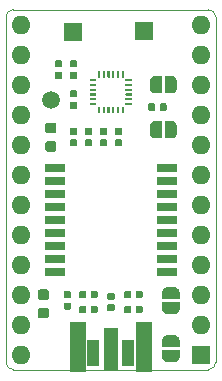
<source format=gbr>
%TF.GenerationSoftware,KiCad,Pcbnew,5.1.5+dfsg1-2~bpo10+1*%
%TF.CreationDate,Date%
%TF.ProjectId,ProMicro_GPS,50726f4d-6963-4726-9f5f-4750532e6b69,v3.1*%
%TF.SameCoordinates,Original*%
%TF.FileFunction,Soldermask,Top*%
%TF.FilePolarity,Negative*%
%FSLAX45Y45*%
G04 Gerber Fmt 4.5, Leading zero omitted, Abs format (unit mm)*
G04 Created by KiCad*
%MOMM*%
%LPD*%
G04 APERTURE LIST*
%ADD10C,0.100000*%
%ADD11O,1.600000X1.600000*%
%ADD12R,1.600000X1.600000*%
%ADD13C,0.150000*%
%ADD14C,1.500000*%
%ADD15R,1.500000X1.500000*%
%ADD16R,1.050000X2.200000*%
%ADD17R,1.000000X1.050000*%
%ADD18R,1.270000X3.600000*%
%ADD19R,1.350000X4.200000*%
%ADD20R,1.800000X0.700000*%
%ADD21R,1.800000X0.800000*%
G04 APERTURE END LIST*
D10*
X127000Y2857500D02*
X127000Y-63500D01*
X-1587500Y-127000D02*
G75*
G02X-1651000Y-63500I0J63500D01*
G01*
X-1651000Y2857500D02*
G75*
G02X-1587500Y2921000I63500J0D01*
G01*
X63500Y2921000D02*
G75*
G02X127000Y2857500I0J-63500D01*
G01*
X127000Y-63500D02*
G75*
G02X63500Y-127000I-63500J0D01*
G01*
X-1587500Y2921000D02*
X63500Y2921000D01*
X-1651000Y-63500D02*
X-1651000Y2857500D01*
X63500Y-127000D02*
X-1587500Y-127000D01*
D11*
X-1524000Y0D03*
X-1524000Y254000D03*
X-1524000Y508000D03*
X0Y2794000D03*
X-1524000Y762000D03*
X0Y2540000D03*
X-1524000Y1016000D03*
X0Y2286000D03*
X-1524000Y1270000D03*
X0Y2032000D03*
X-1524000Y1524000D03*
X0Y1778000D03*
X-1524000Y1778000D03*
X0Y1524000D03*
X-1524000Y2032000D03*
X0Y1270000D03*
X-1524000Y2286000D03*
X0Y1016000D03*
X-1524000Y2540000D03*
X0Y762000D03*
X-1524000Y2794000D03*
X0Y508000D03*
X0Y254000D03*
D12*
X0Y0D03*
D13*
G36*
X-933804Y1822429D02*
G01*
X-932372Y1822217D01*
X-930968Y1821865D01*
X-929605Y1821377D01*
X-928297Y1820758D01*
X-927055Y1820014D01*
X-925893Y1819152D01*
X-924820Y1818180D01*
X-923848Y1817107D01*
X-922986Y1815945D01*
X-922242Y1814703D01*
X-921623Y1813395D01*
X-921135Y1812032D01*
X-920783Y1810628D01*
X-920571Y1809196D01*
X-920500Y1807750D01*
X-920500Y1778250D01*
X-920571Y1776804D01*
X-920783Y1775372D01*
X-921135Y1773968D01*
X-921623Y1772605D01*
X-922242Y1771297D01*
X-922986Y1770055D01*
X-923848Y1768893D01*
X-924820Y1767820D01*
X-925893Y1766848D01*
X-927055Y1765986D01*
X-928297Y1765242D01*
X-929605Y1764623D01*
X-930968Y1764135D01*
X-932372Y1763783D01*
X-933804Y1763571D01*
X-935250Y1763500D01*
X-969750Y1763500D01*
X-971196Y1763571D01*
X-972628Y1763783D01*
X-974032Y1764135D01*
X-975395Y1764623D01*
X-976703Y1765242D01*
X-977945Y1765986D01*
X-979107Y1766848D01*
X-980180Y1767820D01*
X-981152Y1768893D01*
X-982014Y1770055D01*
X-982758Y1771297D01*
X-983377Y1772605D01*
X-983865Y1773968D01*
X-984217Y1775372D01*
X-984429Y1776804D01*
X-984500Y1778250D01*
X-984500Y1807750D01*
X-984429Y1809196D01*
X-984217Y1810628D01*
X-983865Y1812032D01*
X-983377Y1813395D01*
X-982758Y1814703D01*
X-982014Y1815945D01*
X-981152Y1817107D01*
X-980180Y1818180D01*
X-979107Y1819152D01*
X-977945Y1820014D01*
X-976703Y1820758D01*
X-975395Y1821377D01*
X-974032Y1821865D01*
X-972628Y1822217D01*
X-971196Y1822429D01*
X-969750Y1822500D01*
X-935250Y1822500D01*
X-933804Y1822429D01*
G37*
G36*
X-933804Y1919429D02*
G01*
X-932372Y1919217D01*
X-930968Y1918865D01*
X-929605Y1918377D01*
X-928297Y1917758D01*
X-927055Y1917014D01*
X-925893Y1916152D01*
X-924820Y1915180D01*
X-923848Y1914107D01*
X-922986Y1912945D01*
X-922242Y1911703D01*
X-921623Y1910395D01*
X-921135Y1909032D01*
X-920783Y1907628D01*
X-920571Y1906196D01*
X-920500Y1904750D01*
X-920500Y1875250D01*
X-920571Y1873804D01*
X-920783Y1872372D01*
X-921135Y1870968D01*
X-921623Y1869605D01*
X-922242Y1868297D01*
X-922986Y1867055D01*
X-923848Y1865893D01*
X-924820Y1864820D01*
X-925893Y1863848D01*
X-927055Y1862986D01*
X-928297Y1862242D01*
X-929605Y1861623D01*
X-930968Y1861135D01*
X-932372Y1860783D01*
X-933804Y1860571D01*
X-935250Y1860500D01*
X-969750Y1860500D01*
X-971196Y1860571D01*
X-972628Y1860783D01*
X-974032Y1861135D01*
X-975395Y1861623D01*
X-976703Y1862242D01*
X-977945Y1862986D01*
X-979107Y1863848D01*
X-980180Y1864820D01*
X-981152Y1865893D01*
X-982014Y1867055D01*
X-982758Y1868297D01*
X-983377Y1869605D01*
X-983865Y1870968D01*
X-984217Y1872372D01*
X-984429Y1873804D01*
X-984500Y1875250D01*
X-984500Y1904750D01*
X-984429Y1906196D01*
X-984217Y1907628D01*
X-983865Y1909032D01*
X-983377Y1910395D01*
X-982758Y1911703D01*
X-982014Y1912945D01*
X-981152Y1914107D01*
X-980180Y1915180D01*
X-979107Y1916152D01*
X-977945Y1917014D01*
X-976703Y1917758D01*
X-975395Y1918377D01*
X-974032Y1918865D01*
X-972628Y1919217D01*
X-971196Y1919429D01*
X-969750Y1919500D01*
X-935250Y1919500D01*
X-933804Y1919429D01*
G37*
D14*
X-1270000Y2159000D03*
D13*
G36*
X-252500Y2360940D02*
G01*
X-250047Y2360940D01*
X-245163Y2360459D01*
X-240351Y2359502D01*
X-235655Y2358077D01*
X-231122Y2356200D01*
X-226795Y2353886D01*
X-222715Y2351160D01*
X-218922Y2348048D01*
X-215452Y2344578D01*
X-212340Y2340785D01*
X-209614Y2336705D01*
X-207300Y2332378D01*
X-205423Y2327845D01*
X-203998Y2323149D01*
X-203041Y2318337D01*
X-202560Y2313453D01*
X-202560Y2311000D01*
X-202500Y2311000D01*
X-202500Y2261000D01*
X-202560Y2261000D01*
X-202560Y2258547D01*
X-203041Y2253664D01*
X-203998Y2248851D01*
X-205423Y2244156D01*
X-207300Y2239622D01*
X-209614Y2235295D01*
X-212340Y2231215D01*
X-215452Y2227422D01*
X-218922Y2223952D01*
X-222715Y2220840D01*
X-226795Y2218114D01*
X-231122Y2215801D01*
X-235655Y2213923D01*
X-240351Y2212498D01*
X-245163Y2211541D01*
X-250047Y2211060D01*
X-252500Y2211060D01*
X-252500Y2211000D01*
X-302500Y2211000D01*
X-302500Y2361000D01*
X-252500Y2361000D01*
X-252500Y2360940D01*
G37*
G36*
X-332500Y2211000D02*
G01*
X-382500Y2211000D01*
X-382500Y2211060D01*
X-384953Y2211060D01*
X-389836Y2211541D01*
X-394649Y2212498D01*
X-399344Y2213923D01*
X-403878Y2215801D01*
X-408205Y2218114D01*
X-412285Y2220840D01*
X-416078Y2223952D01*
X-419548Y2227422D01*
X-422660Y2231215D01*
X-425386Y2235295D01*
X-427699Y2239622D01*
X-429577Y2244156D01*
X-431002Y2248851D01*
X-431959Y2253664D01*
X-432440Y2258547D01*
X-432440Y2261000D01*
X-432500Y2261000D01*
X-432500Y2311000D01*
X-432440Y2311000D01*
X-432440Y2313453D01*
X-431959Y2318337D01*
X-431002Y2323149D01*
X-429577Y2327845D01*
X-427699Y2332378D01*
X-425386Y2336705D01*
X-422660Y2340785D01*
X-419548Y2344578D01*
X-416078Y2348048D01*
X-412285Y2351160D01*
X-408205Y2353886D01*
X-403878Y2356200D01*
X-399344Y2358077D01*
X-394649Y2359502D01*
X-389836Y2360459D01*
X-384953Y2360940D01*
X-382500Y2360940D01*
X-382500Y2361000D01*
X-332500Y2361000D01*
X-332500Y2211000D01*
G37*
G36*
X-329000Y472200D02*
G01*
X-329000Y522200D01*
X-328940Y522200D01*
X-328940Y524653D01*
X-328459Y529537D01*
X-327502Y534349D01*
X-326077Y539045D01*
X-324200Y543578D01*
X-321886Y547905D01*
X-319160Y551985D01*
X-316048Y555778D01*
X-312578Y559248D01*
X-308785Y562360D01*
X-304705Y565086D01*
X-300378Y567400D01*
X-295845Y569277D01*
X-291149Y570702D01*
X-286337Y571659D01*
X-281453Y572140D01*
X-279000Y572140D01*
X-279000Y572200D01*
X-229000Y572200D01*
X-229000Y572140D01*
X-226547Y572140D01*
X-221663Y571659D01*
X-216851Y570702D01*
X-212155Y569277D01*
X-207622Y567400D01*
X-203295Y565086D01*
X-199215Y562360D01*
X-195422Y559248D01*
X-191952Y555778D01*
X-188840Y551985D01*
X-186114Y547905D01*
X-183800Y543578D01*
X-181923Y539045D01*
X-180498Y534349D01*
X-179541Y529537D01*
X-179060Y524653D01*
X-179060Y522200D01*
X-179000Y522200D01*
X-179000Y472200D01*
X-329000Y472200D01*
G37*
G36*
X-179060Y392200D02*
G01*
X-179060Y389747D01*
X-179541Y384863D01*
X-180498Y380051D01*
X-181923Y375355D01*
X-183800Y370822D01*
X-186114Y366495D01*
X-188840Y362415D01*
X-191952Y358622D01*
X-195422Y355152D01*
X-199215Y352040D01*
X-203295Y349314D01*
X-207622Y347001D01*
X-212155Y345123D01*
X-216851Y343698D01*
X-221663Y342741D01*
X-226547Y342260D01*
X-229000Y342260D01*
X-229000Y342200D01*
X-279000Y342200D01*
X-279000Y342260D01*
X-281453Y342260D01*
X-286337Y342741D01*
X-291149Y343698D01*
X-295845Y345123D01*
X-300378Y347001D01*
X-304705Y349314D01*
X-308785Y352040D01*
X-312578Y355152D01*
X-316048Y358622D01*
X-319160Y362415D01*
X-321886Y366495D01*
X-324200Y370822D01*
X-326077Y375355D01*
X-327502Y380051D01*
X-328459Y384863D01*
X-328940Y389747D01*
X-328940Y392200D01*
X-329000Y392200D01*
X-329000Y442200D01*
X-179000Y442200D01*
X-179000Y392200D01*
X-179060Y392200D01*
G37*
G36*
X-1060804Y2139929D02*
G01*
X-1059372Y2139717D01*
X-1057968Y2139365D01*
X-1056605Y2138877D01*
X-1055297Y2138258D01*
X-1054055Y2137514D01*
X-1052893Y2136652D01*
X-1051820Y2135680D01*
X-1050848Y2134607D01*
X-1049986Y2133445D01*
X-1049242Y2132203D01*
X-1048623Y2130895D01*
X-1048135Y2129532D01*
X-1047783Y2128128D01*
X-1047571Y2126696D01*
X-1047500Y2125250D01*
X-1047500Y2095750D01*
X-1047571Y2094304D01*
X-1047783Y2092872D01*
X-1048135Y2091468D01*
X-1048623Y2090105D01*
X-1049242Y2088797D01*
X-1049986Y2087555D01*
X-1050848Y2086393D01*
X-1051820Y2085320D01*
X-1052893Y2084348D01*
X-1054055Y2083486D01*
X-1055297Y2082742D01*
X-1056605Y2082123D01*
X-1057968Y2081635D01*
X-1059372Y2081283D01*
X-1060804Y2081071D01*
X-1062250Y2081000D01*
X-1096750Y2081000D01*
X-1098196Y2081071D01*
X-1099628Y2081283D01*
X-1101032Y2081635D01*
X-1102395Y2082123D01*
X-1103703Y2082742D01*
X-1104945Y2083486D01*
X-1106107Y2084348D01*
X-1107180Y2085320D01*
X-1108152Y2086393D01*
X-1109014Y2087555D01*
X-1109758Y2088797D01*
X-1110377Y2090105D01*
X-1110865Y2091468D01*
X-1111217Y2092872D01*
X-1111429Y2094304D01*
X-1111500Y2095750D01*
X-1111500Y2125250D01*
X-1111429Y2126696D01*
X-1111217Y2128128D01*
X-1110865Y2129532D01*
X-1110377Y2130895D01*
X-1109758Y2132203D01*
X-1109014Y2133445D01*
X-1108152Y2134607D01*
X-1107180Y2135680D01*
X-1106107Y2136652D01*
X-1104945Y2137514D01*
X-1103703Y2138258D01*
X-1102395Y2138877D01*
X-1101032Y2139365D01*
X-1099628Y2139717D01*
X-1098196Y2139929D01*
X-1096750Y2140000D01*
X-1062250Y2140000D01*
X-1060804Y2139929D01*
G37*
G36*
X-1060804Y2236929D02*
G01*
X-1059372Y2236717D01*
X-1057968Y2236365D01*
X-1056605Y2235877D01*
X-1055297Y2235258D01*
X-1054055Y2234514D01*
X-1052893Y2233652D01*
X-1051820Y2232680D01*
X-1050848Y2231607D01*
X-1049986Y2230445D01*
X-1049242Y2229203D01*
X-1048623Y2227895D01*
X-1048135Y2226532D01*
X-1047783Y2225128D01*
X-1047571Y2223696D01*
X-1047500Y2222250D01*
X-1047500Y2192750D01*
X-1047571Y2191304D01*
X-1047783Y2189872D01*
X-1048135Y2188468D01*
X-1048623Y2187105D01*
X-1049242Y2185797D01*
X-1049986Y2184555D01*
X-1050848Y2183393D01*
X-1051820Y2182320D01*
X-1052893Y2181348D01*
X-1054055Y2180486D01*
X-1055297Y2179742D01*
X-1056605Y2179123D01*
X-1057968Y2178635D01*
X-1059372Y2178283D01*
X-1060804Y2178071D01*
X-1062250Y2178000D01*
X-1096750Y2178000D01*
X-1098196Y2178071D01*
X-1099628Y2178283D01*
X-1101032Y2178635D01*
X-1102395Y2179123D01*
X-1103703Y2179742D01*
X-1104945Y2180486D01*
X-1106107Y2181348D01*
X-1107180Y2182320D01*
X-1108152Y2183393D01*
X-1109014Y2184555D01*
X-1109758Y2185797D01*
X-1110377Y2187105D01*
X-1110865Y2188468D01*
X-1111217Y2189872D01*
X-1111429Y2191304D01*
X-1111500Y2192750D01*
X-1111500Y2222250D01*
X-1111429Y2223696D01*
X-1111217Y2225128D01*
X-1110865Y2226532D01*
X-1110377Y2227895D01*
X-1109758Y2229203D01*
X-1109014Y2230445D01*
X-1108152Y2231607D01*
X-1107180Y2232680D01*
X-1106107Y2233652D01*
X-1104945Y2234514D01*
X-1103703Y2235258D01*
X-1102395Y2235877D01*
X-1101032Y2236365D01*
X-1099628Y2236717D01*
X-1098196Y2236929D01*
X-1096750Y2237000D01*
X-1062250Y2237000D01*
X-1060804Y2236929D01*
G37*
G36*
X-1060804Y2490929D02*
G01*
X-1059372Y2490717D01*
X-1057968Y2490365D01*
X-1056605Y2489877D01*
X-1055297Y2489258D01*
X-1054055Y2488514D01*
X-1052893Y2487652D01*
X-1051820Y2486680D01*
X-1050848Y2485607D01*
X-1049986Y2484445D01*
X-1049242Y2483203D01*
X-1048623Y2481895D01*
X-1048135Y2480532D01*
X-1047783Y2479128D01*
X-1047571Y2477696D01*
X-1047500Y2476250D01*
X-1047500Y2446750D01*
X-1047571Y2445304D01*
X-1047783Y2443872D01*
X-1048135Y2442468D01*
X-1048623Y2441105D01*
X-1049242Y2439797D01*
X-1049986Y2438555D01*
X-1050848Y2437393D01*
X-1051820Y2436320D01*
X-1052893Y2435348D01*
X-1054055Y2434486D01*
X-1055297Y2433742D01*
X-1056605Y2433123D01*
X-1057968Y2432635D01*
X-1059372Y2432283D01*
X-1060804Y2432071D01*
X-1062250Y2432000D01*
X-1096750Y2432000D01*
X-1098196Y2432071D01*
X-1099628Y2432283D01*
X-1101032Y2432635D01*
X-1102395Y2433123D01*
X-1103703Y2433742D01*
X-1104945Y2434486D01*
X-1106107Y2435348D01*
X-1107180Y2436320D01*
X-1108152Y2437393D01*
X-1109014Y2438555D01*
X-1109758Y2439797D01*
X-1110377Y2441105D01*
X-1110865Y2442468D01*
X-1111217Y2443872D01*
X-1111429Y2445304D01*
X-1111500Y2446750D01*
X-1111500Y2476250D01*
X-1111429Y2477696D01*
X-1111217Y2479128D01*
X-1110865Y2480532D01*
X-1110377Y2481895D01*
X-1109758Y2483203D01*
X-1109014Y2484445D01*
X-1108152Y2485607D01*
X-1107180Y2486680D01*
X-1106107Y2487652D01*
X-1104945Y2488514D01*
X-1103703Y2489258D01*
X-1102395Y2489877D01*
X-1101032Y2490365D01*
X-1099628Y2490717D01*
X-1098196Y2490929D01*
X-1096750Y2491000D01*
X-1062250Y2491000D01*
X-1060804Y2490929D01*
G37*
G36*
X-1060804Y2393929D02*
G01*
X-1059372Y2393717D01*
X-1057968Y2393365D01*
X-1056605Y2392877D01*
X-1055297Y2392258D01*
X-1054055Y2391514D01*
X-1052893Y2390652D01*
X-1051820Y2389680D01*
X-1050848Y2388607D01*
X-1049986Y2387445D01*
X-1049242Y2386203D01*
X-1048623Y2384895D01*
X-1048135Y2383532D01*
X-1047783Y2382128D01*
X-1047571Y2380696D01*
X-1047500Y2379250D01*
X-1047500Y2349750D01*
X-1047571Y2348304D01*
X-1047783Y2346872D01*
X-1048135Y2345468D01*
X-1048623Y2344105D01*
X-1049242Y2342797D01*
X-1049986Y2341555D01*
X-1050848Y2340393D01*
X-1051820Y2339320D01*
X-1052893Y2338348D01*
X-1054055Y2337486D01*
X-1055297Y2336742D01*
X-1056605Y2336123D01*
X-1057968Y2335635D01*
X-1059372Y2335283D01*
X-1060804Y2335071D01*
X-1062250Y2335000D01*
X-1096750Y2335000D01*
X-1098196Y2335071D01*
X-1099628Y2335283D01*
X-1101032Y2335635D01*
X-1102395Y2336123D01*
X-1103703Y2336742D01*
X-1104945Y2337486D01*
X-1106107Y2338348D01*
X-1107180Y2339320D01*
X-1108152Y2340393D01*
X-1109014Y2341555D01*
X-1109758Y2342797D01*
X-1110377Y2344105D01*
X-1110865Y2345468D01*
X-1111217Y2346872D01*
X-1111429Y2348304D01*
X-1111500Y2349750D01*
X-1111500Y2379250D01*
X-1111429Y2380696D01*
X-1111217Y2382128D01*
X-1110865Y2383532D01*
X-1110377Y2384895D01*
X-1109758Y2386203D01*
X-1109014Y2387445D01*
X-1108152Y2388607D01*
X-1107180Y2389680D01*
X-1106107Y2390652D01*
X-1104945Y2391514D01*
X-1103703Y2392258D01*
X-1102395Y2392877D01*
X-1101032Y2393365D01*
X-1099628Y2393717D01*
X-1098196Y2393929D01*
X-1096750Y2394000D01*
X-1062250Y2394000D01*
X-1060804Y2393929D01*
G37*
G36*
X-303604Y2127429D02*
G01*
X-302172Y2127217D01*
X-300768Y2126865D01*
X-299405Y2126377D01*
X-298097Y2125758D01*
X-296855Y2125014D01*
X-295693Y2124152D01*
X-294620Y2123180D01*
X-293648Y2122107D01*
X-292786Y2120945D01*
X-292042Y2119703D01*
X-291423Y2118395D01*
X-290935Y2117032D01*
X-290583Y2115628D01*
X-290371Y2114196D01*
X-290300Y2112750D01*
X-290300Y2078250D01*
X-290371Y2076804D01*
X-290583Y2075372D01*
X-290935Y2073968D01*
X-291423Y2072605D01*
X-292042Y2071297D01*
X-292786Y2070055D01*
X-293648Y2068893D01*
X-294620Y2067820D01*
X-295693Y2066848D01*
X-296855Y2065986D01*
X-298097Y2065242D01*
X-299405Y2064623D01*
X-300768Y2064135D01*
X-302172Y2063783D01*
X-303604Y2063571D01*
X-305050Y2063500D01*
X-334550Y2063500D01*
X-335996Y2063571D01*
X-337428Y2063783D01*
X-338832Y2064135D01*
X-340195Y2064623D01*
X-341503Y2065242D01*
X-342745Y2065986D01*
X-343907Y2066848D01*
X-344980Y2067820D01*
X-345952Y2068893D01*
X-346814Y2070055D01*
X-347558Y2071297D01*
X-348177Y2072605D01*
X-348665Y2073968D01*
X-349017Y2075372D01*
X-349229Y2076804D01*
X-349300Y2078250D01*
X-349300Y2112750D01*
X-349229Y2114196D01*
X-349017Y2115628D01*
X-348665Y2117032D01*
X-348177Y2118395D01*
X-347558Y2119703D01*
X-346814Y2120945D01*
X-345952Y2122107D01*
X-344980Y2123180D01*
X-343907Y2124152D01*
X-342745Y2125014D01*
X-341503Y2125758D01*
X-340195Y2126377D01*
X-338832Y2126865D01*
X-337428Y2127217D01*
X-335996Y2127429D01*
X-334550Y2127500D01*
X-305050Y2127500D01*
X-303604Y2127429D01*
G37*
G36*
X-400604Y2127429D02*
G01*
X-399172Y2127217D01*
X-397768Y2126865D01*
X-396405Y2126377D01*
X-395097Y2125758D01*
X-393855Y2125014D01*
X-392693Y2124152D01*
X-391620Y2123180D01*
X-390648Y2122107D01*
X-389786Y2120945D01*
X-389042Y2119703D01*
X-388423Y2118395D01*
X-387935Y2117032D01*
X-387583Y2115628D01*
X-387371Y2114196D01*
X-387300Y2112750D01*
X-387300Y2078250D01*
X-387371Y2076804D01*
X-387583Y2075372D01*
X-387935Y2073968D01*
X-388423Y2072605D01*
X-389042Y2071297D01*
X-389786Y2070055D01*
X-390648Y2068893D01*
X-391620Y2067820D01*
X-392693Y2066848D01*
X-393855Y2065986D01*
X-395097Y2065242D01*
X-396405Y2064623D01*
X-397768Y2064135D01*
X-399172Y2063783D01*
X-400604Y2063571D01*
X-402050Y2063500D01*
X-431550Y2063500D01*
X-432996Y2063571D01*
X-434428Y2063783D01*
X-435832Y2064135D01*
X-437195Y2064623D01*
X-438503Y2065242D01*
X-439745Y2065986D01*
X-440907Y2066848D01*
X-441980Y2067820D01*
X-442952Y2068893D01*
X-443814Y2070055D01*
X-444558Y2071297D01*
X-445177Y2072605D01*
X-445665Y2073968D01*
X-446017Y2075372D01*
X-446229Y2076804D01*
X-446300Y2078250D01*
X-446300Y2112750D01*
X-446229Y2114196D01*
X-446017Y2115628D01*
X-445665Y2117032D01*
X-445177Y2118395D01*
X-444558Y2119703D01*
X-443814Y2120945D01*
X-442952Y2122107D01*
X-441980Y2123180D01*
X-440907Y2124152D01*
X-439745Y2125014D01*
X-438503Y2125758D01*
X-437195Y2126377D01*
X-435832Y2126865D01*
X-434428Y2127217D01*
X-432996Y2127429D01*
X-431550Y2127500D01*
X-402050Y2127500D01*
X-400604Y2127429D01*
G37*
G36*
X-1111604Y440429D02*
G01*
X-1110172Y440217D01*
X-1108768Y439865D01*
X-1107405Y439377D01*
X-1106097Y438758D01*
X-1104855Y438014D01*
X-1103693Y437152D01*
X-1102620Y436180D01*
X-1101648Y435107D01*
X-1100786Y433945D01*
X-1100042Y432703D01*
X-1099423Y431395D01*
X-1098935Y430032D01*
X-1098583Y428628D01*
X-1098371Y427196D01*
X-1098300Y425750D01*
X-1098300Y396250D01*
X-1098371Y394804D01*
X-1098583Y393372D01*
X-1098935Y391968D01*
X-1099423Y390605D01*
X-1100042Y389297D01*
X-1100786Y388055D01*
X-1101648Y386893D01*
X-1102620Y385820D01*
X-1103693Y384848D01*
X-1104855Y383986D01*
X-1106097Y383242D01*
X-1107405Y382623D01*
X-1108768Y382135D01*
X-1110172Y381783D01*
X-1111604Y381571D01*
X-1113050Y381500D01*
X-1147550Y381500D01*
X-1148996Y381571D01*
X-1150428Y381783D01*
X-1151832Y382135D01*
X-1153195Y382623D01*
X-1154503Y383242D01*
X-1155745Y383986D01*
X-1156907Y384848D01*
X-1157980Y385820D01*
X-1158952Y386893D01*
X-1159814Y388055D01*
X-1160558Y389297D01*
X-1161177Y390605D01*
X-1161665Y391968D01*
X-1162017Y393372D01*
X-1162229Y394804D01*
X-1162300Y396250D01*
X-1162300Y425750D01*
X-1162229Y427196D01*
X-1162017Y428628D01*
X-1161665Y430032D01*
X-1161177Y431395D01*
X-1160558Y432703D01*
X-1159814Y433945D01*
X-1158952Y435107D01*
X-1157980Y436180D01*
X-1156907Y437152D01*
X-1155745Y438014D01*
X-1154503Y438758D01*
X-1153195Y439377D01*
X-1151832Y439865D01*
X-1150428Y440217D01*
X-1148996Y440429D01*
X-1147550Y440500D01*
X-1113050Y440500D01*
X-1111604Y440429D01*
G37*
G36*
X-1111604Y537429D02*
G01*
X-1110172Y537217D01*
X-1108768Y536865D01*
X-1107405Y536377D01*
X-1106097Y535758D01*
X-1104855Y535014D01*
X-1103693Y534152D01*
X-1102620Y533180D01*
X-1101648Y532107D01*
X-1100786Y530945D01*
X-1100042Y529703D01*
X-1099423Y528395D01*
X-1098935Y527032D01*
X-1098583Y525628D01*
X-1098371Y524196D01*
X-1098300Y522750D01*
X-1098300Y493250D01*
X-1098371Y491804D01*
X-1098583Y490372D01*
X-1098935Y488968D01*
X-1099423Y487605D01*
X-1100042Y486297D01*
X-1100786Y485055D01*
X-1101648Y483893D01*
X-1102620Y482820D01*
X-1103693Y481848D01*
X-1104855Y480986D01*
X-1106097Y480242D01*
X-1107405Y479623D01*
X-1108768Y479135D01*
X-1110172Y478783D01*
X-1111604Y478571D01*
X-1113050Y478500D01*
X-1147550Y478500D01*
X-1148996Y478571D01*
X-1150428Y478783D01*
X-1151832Y479135D01*
X-1153195Y479623D01*
X-1154503Y480242D01*
X-1155745Y480986D01*
X-1156907Y481848D01*
X-1157980Y482820D01*
X-1158952Y483893D01*
X-1159814Y485055D01*
X-1160558Y486297D01*
X-1161177Y487605D01*
X-1161665Y488968D01*
X-1162017Y490372D01*
X-1162229Y491804D01*
X-1162300Y493250D01*
X-1162300Y522750D01*
X-1162229Y524196D01*
X-1162017Y525628D01*
X-1161665Y527032D01*
X-1161177Y528395D01*
X-1160558Y529703D01*
X-1159814Y530945D01*
X-1158952Y532107D01*
X-1157980Y533180D01*
X-1156907Y534152D01*
X-1155745Y535014D01*
X-1154503Y535758D01*
X-1153195Y536377D01*
X-1151832Y536865D01*
X-1150428Y537217D01*
X-1148996Y537429D01*
X-1147550Y537500D01*
X-1113050Y537500D01*
X-1111604Y537429D01*
G37*
G36*
X-382500Y1830060D02*
G01*
X-384953Y1830060D01*
X-389836Y1830541D01*
X-394649Y1831498D01*
X-399344Y1832923D01*
X-403878Y1834800D01*
X-408205Y1837114D01*
X-412285Y1839840D01*
X-416078Y1842952D01*
X-419548Y1846422D01*
X-422660Y1850215D01*
X-425386Y1854295D01*
X-427699Y1858622D01*
X-429577Y1863155D01*
X-431002Y1867851D01*
X-431959Y1872663D01*
X-432440Y1877547D01*
X-432440Y1880000D01*
X-432500Y1880000D01*
X-432500Y1930000D01*
X-432440Y1930000D01*
X-432440Y1932453D01*
X-431959Y1937336D01*
X-431002Y1942149D01*
X-429577Y1946844D01*
X-427699Y1951378D01*
X-425386Y1955705D01*
X-422660Y1959785D01*
X-419548Y1963578D01*
X-416078Y1967048D01*
X-412285Y1970160D01*
X-408205Y1972886D01*
X-403878Y1975199D01*
X-399344Y1977077D01*
X-394649Y1978502D01*
X-389836Y1979459D01*
X-384953Y1979940D01*
X-382500Y1979940D01*
X-382500Y1980000D01*
X-332500Y1980000D01*
X-332500Y1830000D01*
X-382500Y1830000D01*
X-382500Y1830060D01*
G37*
G36*
X-302500Y1980000D02*
G01*
X-252500Y1980000D01*
X-252500Y1979940D01*
X-250047Y1979940D01*
X-245163Y1979459D01*
X-240351Y1978502D01*
X-235655Y1977077D01*
X-231122Y1975199D01*
X-226795Y1972886D01*
X-222715Y1970160D01*
X-218922Y1967048D01*
X-215452Y1963578D01*
X-212340Y1959785D01*
X-209614Y1955705D01*
X-207300Y1951378D01*
X-205423Y1946844D01*
X-203998Y1942149D01*
X-203041Y1937336D01*
X-202560Y1932453D01*
X-202560Y1930000D01*
X-202500Y1930000D01*
X-202500Y1880000D01*
X-202560Y1880000D01*
X-202560Y1877547D01*
X-203041Y1872663D01*
X-203998Y1867851D01*
X-205423Y1863155D01*
X-207300Y1858622D01*
X-209614Y1854295D01*
X-212340Y1850215D01*
X-215452Y1846422D01*
X-218922Y1842952D01*
X-222715Y1839840D01*
X-226795Y1837114D01*
X-231122Y1834800D01*
X-235655Y1832923D01*
X-240351Y1831498D01*
X-245163Y1830541D01*
X-250047Y1830060D01*
X-252500Y1830060D01*
X-252500Y1830000D01*
X-302500Y1830000D01*
X-302500Y1980000D01*
G37*
D15*
X-482600Y2743200D03*
X-1079500Y2730500D03*
D13*
G36*
X-1187804Y2490929D02*
G01*
X-1186372Y2490717D01*
X-1184968Y2490365D01*
X-1183605Y2489877D01*
X-1182297Y2489258D01*
X-1181055Y2488514D01*
X-1179893Y2487652D01*
X-1178820Y2486680D01*
X-1177848Y2485607D01*
X-1176986Y2484445D01*
X-1176242Y2483203D01*
X-1175623Y2481895D01*
X-1175135Y2480532D01*
X-1174783Y2479128D01*
X-1174571Y2477696D01*
X-1174500Y2476250D01*
X-1174500Y2446750D01*
X-1174571Y2445304D01*
X-1174783Y2443872D01*
X-1175135Y2442468D01*
X-1175623Y2441105D01*
X-1176242Y2439797D01*
X-1176986Y2438555D01*
X-1177848Y2437393D01*
X-1178820Y2436320D01*
X-1179893Y2435348D01*
X-1181055Y2434486D01*
X-1182297Y2433742D01*
X-1183605Y2433123D01*
X-1184968Y2432635D01*
X-1186372Y2432283D01*
X-1187804Y2432071D01*
X-1189250Y2432000D01*
X-1223750Y2432000D01*
X-1225196Y2432071D01*
X-1226628Y2432283D01*
X-1228032Y2432635D01*
X-1229395Y2433123D01*
X-1230703Y2433742D01*
X-1231945Y2434486D01*
X-1233107Y2435348D01*
X-1234180Y2436320D01*
X-1235152Y2437393D01*
X-1236014Y2438555D01*
X-1236758Y2439797D01*
X-1237377Y2441105D01*
X-1237865Y2442468D01*
X-1238217Y2443872D01*
X-1238429Y2445304D01*
X-1238500Y2446750D01*
X-1238500Y2476250D01*
X-1238429Y2477696D01*
X-1238217Y2479128D01*
X-1237865Y2480532D01*
X-1237377Y2481895D01*
X-1236758Y2483203D01*
X-1236014Y2484445D01*
X-1235152Y2485607D01*
X-1234180Y2486680D01*
X-1233107Y2487652D01*
X-1231945Y2488514D01*
X-1230703Y2489258D01*
X-1229395Y2489877D01*
X-1228032Y2490365D01*
X-1226628Y2490717D01*
X-1225196Y2490929D01*
X-1223750Y2491000D01*
X-1189250Y2491000D01*
X-1187804Y2490929D01*
G37*
G36*
X-1187804Y2393929D02*
G01*
X-1186372Y2393717D01*
X-1184968Y2393365D01*
X-1183605Y2392877D01*
X-1182297Y2392258D01*
X-1181055Y2391514D01*
X-1179893Y2390652D01*
X-1178820Y2389680D01*
X-1177848Y2388607D01*
X-1176986Y2387445D01*
X-1176242Y2386203D01*
X-1175623Y2384895D01*
X-1175135Y2383532D01*
X-1174783Y2382128D01*
X-1174571Y2380696D01*
X-1174500Y2379250D01*
X-1174500Y2349750D01*
X-1174571Y2348304D01*
X-1174783Y2346872D01*
X-1175135Y2345468D01*
X-1175623Y2344105D01*
X-1176242Y2342797D01*
X-1176986Y2341555D01*
X-1177848Y2340393D01*
X-1178820Y2339320D01*
X-1179893Y2338348D01*
X-1181055Y2337486D01*
X-1182297Y2336742D01*
X-1183605Y2336123D01*
X-1184968Y2335635D01*
X-1186372Y2335283D01*
X-1187804Y2335071D01*
X-1189250Y2335000D01*
X-1223750Y2335000D01*
X-1225196Y2335071D01*
X-1226628Y2335283D01*
X-1228032Y2335635D01*
X-1229395Y2336123D01*
X-1230703Y2336742D01*
X-1231945Y2337486D01*
X-1233107Y2338348D01*
X-1234180Y2339320D01*
X-1235152Y2340393D01*
X-1236014Y2341555D01*
X-1236758Y2342797D01*
X-1237377Y2344105D01*
X-1237865Y2345468D01*
X-1238217Y2346872D01*
X-1238429Y2348304D01*
X-1238500Y2349750D01*
X-1238500Y2379250D01*
X-1238429Y2380696D01*
X-1238217Y2382128D01*
X-1237865Y2383532D01*
X-1237377Y2384895D01*
X-1236758Y2386203D01*
X-1236014Y2387445D01*
X-1235152Y2388607D01*
X-1234180Y2389680D01*
X-1233107Y2390652D01*
X-1231945Y2391514D01*
X-1230703Y2392258D01*
X-1229395Y2392877D01*
X-1228032Y2393365D01*
X-1226628Y2393717D01*
X-1225196Y2393929D01*
X-1223750Y2394000D01*
X-1189250Y2394000D01*
X-1187804Y2393929D01*
G37*
G36*
X-806804Y1822429D02*
G01*
X-805372Y1822217D01*
X-803968Y1821865D01*
X-802605Y1821377D01*
X-801297Y1820758D01*
X-800055Y1820014D01*
X-798893Y1819152D01*
X-797820Y1818180D01*
X-796848Y1817107D01*
X-795986Y1815945D01*
X-795242Y1814703D01*
X-794623Y1813395D01*
X-794135Y1812032D01*
X-793783Y1810628D01*
X-793571Y1809196D01*
X-793500Y1807750D01*
X-793500Y1778250D01*
X-793571Y1776804D01*
X-793783Y1775372D01*
X-794135Y1773968D01*
X-794623Y1772605D01*
X-795242Y1771297D01*
X-795986Y1770055D01*
X-796848Y1768893D01*
X-797820Y1767820D01*
X-798893Y1766848D01*
X-800055Y1765986D01*
X-801297Y1765242D01*
X-802605Y1764623D01*
X-803968Y1764135D01*
X-805372Y1763783D01*
X-806804Y1763571D01*
X-808250Y1763500D01*
X-842750Y1763500D01*
X-844196Y1763571D01*
X-845628Y1763783D01*
X-847032Y1764135D01*
X-848395Y1764623D01*
X-849703Y1765242D01*
X-850945Y1765986D01*
X-852107Y1766848D01*
X-853180Y1767820D01*
X-854152Y1768893D01*
X-855014Y1770055D01*
X-855758Y1771297D01*
X-856377Y1772605D01*
X-856865Y1773968D01*
X-857217Y1775372D01*
X-857429Y1776804D01*
X-857500Y1778250D01*
X-857500Y1807750D01*
X-857429Y1809196D01*
X-857217Y1810628D01*
X-856865Y1812032D01*
X-856377Y1813395D01*
X-855758Y1814703D01*
X-855014Y1815945D01*
X-854152Y1817107D01*
X-853180Y1818180D01*
X-852107Y1819152D01*
X-850945Y1820014D01*
X-849703Y1820758D01*
X-848395Y1821377D01*
X-847032Y1821865D01*
X-845628Y1822217D01*
X-844196Y1822429D01*
X-842750Y1822500D01*
X-808250Y1822500D01*
X-806804Y1822429D01*
G37*
G36*
X-806804Y1919429D02*
G01*
X-805372Y1919217D01*
X-803968Y1918865D01*
X-802605Y1918377D01*
X-801297Y1917758D01*
X-800055Y1917014D01*
X-798893Y1916152D01*
X-797820Y1915180D01*
X-796848Y1914107D01*
X-795986Y1912945D01*
X-795242Y1911703D01*
X-794623Y1910395D01*
X-794135Y1909032D01*
X-793783Y1907628D01*
X-793571Y1906196D01*
X-793500Y1904750D01*
X-793500Y1875250D01*
X-793571Y1873804D01*
X-793783Y1872372D01*
X-794135Y1870968D01*
X-794623Y1869605D01*
X-795242Y1868297D01*
X-795986Y1867055D01*
X-796848Y1865893D01*
X-797820Y1864820D01*
X-798893Y1863848D01*
X-800055Y1862986D01*
X-801297Y1862242D01*
X-802605Y1861623D01*
X-803968Y1861135D01*
X-805372Y1860783D01*
X-806804Y1860571D01*
X-808250Y1860500D01*
X-842750Y1860500D01*
X-844196Y1860571D01*
X-845628Y1860783D01*
X-847032Y1861135D01*
X-848395Y1861623D01*
X-849703Y1862242D01*
X-850945Y1862986D01*
X-852107Y1863848D01*
X-853180Y1864820D01*
X-854152Y1865893D01*
X-855014Y1867055D01*
X-855758Y1868297D01*
X-856377Y1869605D01*
X-856865Y1870968D01*
X-857217Y1872372D01*
X-857429Y1873804D01*
X-857500Y1875250D01*
X-857500Y1904750D01*
X-857429Y1906196D01*
X-857217Y1907628D01*
X-856865Y1909032D01*
X-856377Y1910395D01*
X-855758Y1911703D01*
X-855014Y1912945D01*
X-854152Y1914107D01*
X-853180Y1915180D01*
X-852107Y1916152D01*
X-850945Y1917014D01*
X-849703Y1917758D01*
X-848395Y1918377D01*
X-847032Y1918865D01*
X-845628Y1919217D01*
X-844196Y1919429D01*
X-842750Y1919500D01*
X-808250Y1919500D01*
X-806804Y1919429D01*
G37*
G36*
X-679804Y1822429D02*
G01*
X-678372Y1822217D01*
X-676968Y1821865D01*
X-675605Y1821377D01*
X-674297Y1820758D01*
X-673055Y1820014D01*
X-671893Y1819152D01*
X-670820Y1818180D01*
X-669848Y1817107D01*
X-668986Y1815945D01*
X-668242Y1814703D01*
X-667623Y1813395D01*
X-667135Y1812032D01*
X-666783Y1810628D01*
X-666571Y1809196D01*
X-666500Y1807750D01*
X-666500Y1778250D01*
X-666571Y1776804D01*
X-666783Y1775372D01*
X-667135Y1773968D01*
X-667623Y1772605D01*
X-668242Y1771297D01*
X-668986Y1770055D01*
X-669848Y1768893D01*
X-670820Y1767820D01*
X-671893Y1766848D01*
X-673055Y1765986D01*
X-674297Y1765242D01*
X-675605Y1764623D01*
X-676968Y1764135D01*
X-678372Y1763783D01*
X-679804Y1763571D01*
X-681250Y1763500D01*
X-715750Y1763500D01*
X-717196Y1763571D01*
X-718628Y1763783D01*
X-720032Y1764135D01*
X-721395Y1764623D01*
X-722703Y1765242D01*
X-723945Y1765986D01*
X-725107Y1766848D01*
X-726180Y1767820D01*
X-727152Y1768893D01*
X-728014Y1770055D01*
X-728758Y1771297D01*
X-729377Y1772605D01*
X-729865Y1773968D01*
X-730217Y1775372D01*
X-730429Y1776804D01*
X-730500Y1778250D01*
X-730500Y1807750D01*
X-730429Y1809196D01*
X-730217Y1810628D01*
X-729865Y1812032D01*
X-729377Y1813395D01*
X-728758Y1814703D01*
X-728014Y1815945D01*
X-727152Y1817107D01*
X-726180Y1818180D01*
X-725107Y1819152D01*
X-723945Y1820014D01*
X-722703Y1820758D01*
X-721395Y1821377D01*
X-720032Y1821865D01*
X-718628Y1822217D01*
X-717196Y1822429D01*
X-715750Y1822500D01*
X-681250Y1822500D01*
X-679804Y1822429D01*
G37*
G36*
X-679804Y1919429D02*
G01*
X-678372Y1919217D01*
X-676968Y1918865D01*
X-675605Y1918377D01*
X-674297Y1917758D01*
X-673055Y1917014D01*
X-671893Y1916152D01*
X-670820Y1915180D01*
X-669848Y1914107D01*
X-668986Y1912945D01*
X-668242Y1911703D01*
X-667623Y1910395D01*
X-667135Y1909032D01*
X-666783Y1907628D01*
X-666571Y1906196D01*
X-666500Y1904750D01*
X-666500Y1875250D01*
X-666571Y1873804D01*
X-666783Y1872372D01*
X-667135Y1870968D01*
X-667623Y1869605D01*
X-668242Y1868297D01*
X-668986Y1867055D01*
X-669848Y1865893D01*
X-670820Y1864820D01*
X-671893Y1863848D01*
X-673055Y1862986D01*
X-674297Y1862242D01*
X-675605Y1861623D01*
X-676968Y1861135D01*
X-678372Y1860783D01*
X-679804Y1860571D01*
X-681250Y1860500D01*
X-715750Y1860500D01*
X-717196Y1860571D01*
X-718628Y1860783D01*
X-720032Y1861135D01*
X-721395Y1861623D01*
X-722703Y1862242D01*
X-723945Y1862986D01*
X-725107Y1863848D01*
X-726180Y1864820D01*
X-727152Y1865893D01*
X-728014Y1867055D01*
X-728758Y1868297D01*
X-729377Y1869605D01*
X-729865Y1870968D01*
X-730217Y1872372D01*
X-730429Y1873804D01*
X-730500Y1875250D01*
X-730500Y1904750D01*
X-730429Y1906196D01*
X-730217Y1907628D01*
X-729865Y1909032D01*
X-729377Y1910395D01*
X-728758Y1911703D01*
X-728014Y1912945D01*
X-727152Y1914107D01*
X-726180Y1915180D01*
X-725107Y1916152D01*
X-723945Y1917014D01*
X-722703Y1917758D01*
X-721395Y1918377D01*
X-720032Y1918865D01*
X-718628Y1919217D01*
X-717196Y1919429D01*
X-715750Y1919500D01*
X-681250Y1919500D01*
X-679804Y1919429D01*
G37*
G36*
X-856510Y2399976D02*
G01*
X-856024Y2399904D01*
X-855549Y2399785D01*
X-855087Y2399619D01*
X-854643Y2399410D01*
X-854222Y2399157D01*
X-853828Y2398865D01*
X-853464Y2398536D01*
X-853135Y2398172D01*
X-852843Y2397778D01*
X-852590Y2397357D01*
X-852381Y2396913D01*
X-852215Y2396451D01*
X-852096Y2395976D01*
X-852024Y2395490D01*
X-852000Y2395000D01*
X-852000Y2350000D01*
X-852024Y2349510D01*
X-852096Y2349025D01*
X-852215Y2348549D01*
X-852381Y2348087D01*
X-852590Y2347643D01*
X-852843Y2347222D01*
X-853135Y2346828D01*
X-853464Y2346465D01*
X-853828Y2346135D01*
X-854222Y2345843D01*
X-854643Y2345590D01*
X-855087Y2345381D01*
X-855549Y2345215D01*
X-856024Y2345096D01*
X-856510Y2345024D01*
X-857000Y2345000D01*
X-867000Y2345000D01*
X-867490Y2345024D01*
X-867975Y2345096D01*
X-868451Y2345215D01*
X-868913Y2345381D01*
X-869357Y2345590D01*
X-869778Y2345843D01*
X-870172Y2346135D01*
X-870535Y2346465D01*
X-870865Y2346828D01*
X-871157Y2347222D01*
X-871410Y2347643D01*
X-871619Y2348087D01*
X-871785Y2348549D01*
X-871904Y2349025D01*
X-871976Y2349510D01*
X-872000Y2350000D01*
X-872000Y2395000D01*
X-871976Y2395490D01*
X-871904Y2395976D01*
X-871785Y2396451D01*
X-871619Y2396913D01*
X-871410Y2397357D01*
X-871157Y2397778D01*
X-870865Y2398172D01*
X-870535Y2398536D01*
X-870172Y2398865D01*
X-869778Y2399157D01*
X-869357Y2399410D01*
X-868913Y2399619D01*
X-868451Y2399785D01*
X-867975Y2399904D01*
X-867490Y2399976D01*
X-867000Y2400000D01*
X-857000Y2400000D01*
X-856510Y2399976D01*
G37*
G36*
X-816510Y2399976D02*
G01*
X-816024Y2399904D01*
X-815549Y2399785D01*
X-815087Y2399619D01*
X-814643Y2399410D01*
X-814222Y2399157D01*
X-813828Y2398865D01*
X-813464Y2398536D01*
X-813135Y2398172D01*
X-812843Y2397778D01*
X-812590Y2397357D01*
X-812381Y2396913D01*
X-812215Y2396451D01*
X-812096Y2395976D01*
X-812024Y2395490D01*
X-812000Y2395000D01*
X-812000Y2350000D01*
X-812024Y2349510D01*
X-812096Y2349025D01*
X-812215Y2348549D01*
X-812381Y2348087D01*
X-812590Y2347643D01*
X-812843Y2347222D01*
X-813135Y2346828D01*
X-813464Y2346465D01*
X-813828Y2346135D01*
X-814222Y2345843D01*
X-814643Y2345590D01*
X-815087Y2345381D01*
X-815549Y2345215D01*
X-816024Y2345096D01*
X-816510Y2345024D01*
X-817000Y2345000D01*
X-827000Y2345000D01*
X-827490Y2345024D01*
X-827975Y2345096D01*
X-828451Y2345215D01*
X-828913Y2345381D01*
X-829357Y2345590D01*
X-829778Y2345843D01*
X-830172Y2346135D01*
X-830535Y2346465D01*
X-830865Y2346828D01*
X-831157Y2347222D01*
X-831410Y2347643D01*
X-831619Y2348087D01*
X-831785Y2348549D01*
X-831904Y2349025D01*
X-831976Y2349510D01*
X-832000Y2350000D01*
X-832000Y2395000D01*
X-831976Y2395490D01*
X-831904Y2395976D01*
X-831785Y2396451D01*
X-831619Y2396913D01*
X-831410Y2397357D01*
X-831157Y2397778D01*
X-830865Y2398172D01*
X-830535Y2398536D01*
X-830172Y2398865D01*
X-829778Y2399157D01*
X-829357Y2399410D01*
X-828913Y2399619D01*
X-828451Y2399785D01*
X-827975Y2399904D01*
X-827490Y2399976D01*
X-827000Y2400000D01*
X-817000Y2400000D01*
X-816510Y2399976D01*
G37*
G36*
X-776510Y2399976D02*
G01*
X-776024Y2399904D01*
X-775549Y2399785D01*
X-775087Y2399619D01*
X-774643Y2399410D01*
X-774222Y2399157D01*
X-773828Y2398865D01*
X-773464Y2398536D01*
X-773135Y2398172D01*
X-772843Y2397778D01*
X-772590Y2397357D01*
X-772381Y2396913D01*
X-772215Y2396451D01*
X-772096Y2395976D01*
X-772024Y2395490D01*
X-772000Y2395000D01*
X-772000Y2350000D01*
X-772024Y2349510D01*
X-772096Y2349025D01*
X-772215Y2348549D01*
X-772381Y2348087D01*
X-772590Y2347643D01*
X-772843Y2347222D01*
X-773135Y2346828D01*
X-773464Y2346465D01*
X-773828Y2346135D01*
X-774222Y2345843D01*
X-774643Y2345590D01*
X-775087Y2345381D01*
X-775549Y2345215D01*
X-776024Y2345096D01*
X-776510Y2345024D01*
X-777000Y2345000D01*
X-787000Y2345000D01*
X-787490Y2345024D01*
X-787975Y2345096D01*
X-788451Y2345215D01*
X-788913Y2345381D01*
X-789357Y2345590D01*
X-789778Y2345843D01*
X-790172Y2346135D01*
X-790535Y2346465D01*
X-790865Y2346828D01*
X-791157Y2347222D01*
X-791410Y2347643D01*
X-791619Y2348087D01*
X-791785Y2348549D01*
X-791904Y2349025D01*
X-791976Y2349510D01*
X-792000Y2350000D01*
X-792000Y2395000D01*
X-791976Y2395490D01*
X-791904Y2395976D01*
X-791785Y2396451D01*
X-791619Y2396913D01*
X-791410Y2397357D01*
X-791157Y2397778D01*
X-790865Y2398172D01*
X-790535Y2398536D01*
X-790172Y2398865D01*
X-789778Y2399157D01*
X-789357Y2399410D01*
X-788913Y2399619D01*
X-788451Y2399785D01*
X-787975Y2399904D01*
X-787490Y2399976D01*
X-787000Y2400000D01*
X-777000Y2400000D01*
X-776510Y2399976D01*
G37*
G36*
X-736510Y2399976D02*
G01*
X-736024Y2399904D01*
X-735549Y2399785D01*
X-735087Y2399619D01*
X-734643Y2399410D01*
X-734222Y2399157D01*
X-733828Y2398865D01*
X-733464Y2398536D01*
X-733135Y2398172D01*
X-732843Y2397778D01*
X-732590Y2397357D01*
X-732381Y2396913D01*
X-732215Y2396451D01*
X-732096Y2395976D01*
X-732024Y2395490D01*
X-732000Y2395000D01*
X-732000Y2350000D01*
X-732024Y2349510D01*
X-732096Y2349025D01*
X-732215Y2348549D01*
X-732381Y2348087D01*
X-732590Y2347643D01*
X-732843Y2347222D01*
X-733135Y2346828D01*
X-733464Y2346465D01*
X-733828Y2346135D01*
X-734222Y2345843D01*
X-734643Y2345590D01*
X-735087Y2345381D01*
X-735549Y2345215D01*
X-736024Y2345096D01*
X-736510Y2345024D01*
X-737000Y2345000D01*
X-747000Y2345000D01*
X-747490Y2345024D01*
X-747975Y2345096D01*
X-748451Y2345215D01*
X-748913Y2345381D01*
X-749357Y2345590D01*
X-749778Y2345843D01*
X-750172Y2346135D01*
X-750535Y2346465D01*
X-750865Y2346828D01*
X-751157Y2347222D01*
X-751410Y2347643D01*
X-751619Y2348087D01*
X-751785Y2348549D01*
X-751904Y2349025D01*
X-751976Y2349510D01*
X-752000Y2350000D01*
X-752000Y2395000D01*
X-751976Y2395490D01*
X-751904Y2395976D01*
X-751785Y2396451D01*
X-751619Y2396913D01*
X-751410Y2397357D01*
X-751157Y2397778D01*
X-750865Y2398172D01*
X-750535Y2398536D01*
X-750172Y2398865D01*
X-749778Y2399157D01*
X-749357Y2399410D01*
X-748913Y2399619D01*
X-748451Y2399785D01*
X-747975Y2399904D01*
X-747490Y2399976D01*
X-747000Y2400000D01*
X-737000Y2400000D01*
X-736510Y2399976D01*
G37*
G36*
X-696510Y2399976D02*
G01*
X-696025Y2399904D01*
X-695549Y2399785D01*
X-695087Y2399619D01*
X-694643Y2399410D01*
X-694222Y2399157D01*
X-693828Y2398865D01*
X-693465Y2398536D01*
X-693135Y2398172D01*
X-692843Y2397778D01*
X-692590Y2397357D01*
X-692381Y2396913D01*
X-692215Y2396451D01*
X-692096Y2395976D01*
X-692024Y2395490D01*
X-692000Y2395000D01*
X-692000Y2350000D01*
X-692024Y2349510D01*
X-692096Y2349025D01*
X-692215Y2348549D01*
X-692381Y2348087D01*
X-692590Y2347643D01*
X-692843Y2347222D01*
X-693135Y2346828D01*
X-693465Y2346465D01*
X-693828Y2346135D01*
X-694222Y2345843D01*
X-694643Y2345590D01*
X-695087Y2345381D01*
X-695549Y2345215D01*
X-696025Y2345096D01*
X-696510Y2345024D01*
X-697000Y2345000D01*
X-707000Y2345000D01*
X-707490Y2345024D01*
X-707975Y2345096D01*
X-708451Y2345215D01*
X-708913Y2345381D01*
X-709357Y2345590D01*
X-709778Y2345843D01*
X-710172Y2346135D01*
X-710535Y2346465D01*
X-710865Y2346828D01*
X-711157Y2347222D01*
X-711410Y2347643D01*
X-711619Y2348087D01*
X-711785Y2348549D01*
X-711904Y2349025D01*
X-711976Y2349510D01*
X-712000Y2350000D01*
X-712000Y2395000D01*
X-711976Y2395490D01*
X-711904Y2395976D01*
X-711785Y2396451D01*
X-711619Y2396913D01*
X-711410Y2397357D01*
X-711157Y2397778D01*
X-710865Y2398172D01*
X-710535Y2398536D01*
X-710172Y2398865D01*
X-709778Y2399157D01*
X-709357Y2399410D01*
X-708913Y2399619D01*
X-708451Y2399785D01*
X-707975Y2399904D01*
X-707490Y2399976D01*
X-707000Y2400000D01*
X-697000Y2400000D01*
X-696510Y2399976D01*
G37*
G36*
X-656510Y2399976D02*
G01*
X-656025Y2399904D01*
X-655549Y2399785D01*
X-655087Y2399619D01*
X-654643Y2399410D01*
X-654222Y2399157D01*
X-653828Y2398865D01*
X-653465Y2398536D01*
X-653135Y2398172D01*
X-652843Y2397778D01*
X-652590Y2397357D01*
X-652381Y2396913D01*
X-652215Y2396451D01*
X-652096Y2395976D01*
X-652024Y2395490D01*
X-652000Y2395000D01*
X-652000Y2350000D01*
X-652024Y2349510D01*
X-652096Y2349025D01*
X-652215Y2348549D01*
X-652381Y2348087D01*
X-652590Y2347643D01*
X-652843Y2347222D01*
X-653135Y2346828D01*
X-653465Y2346465D01*
X-653828Y2346135D01*
X-654222Y2345843D01*
X-654643Y2345590D01*
X-655087Y2345381D01*
X-655549Y2345215D01*
X-656025Y2345096D01*
X-656510Y2345024D01*
X-657000Y2345000D01*
X-667000Y2345000D01*
X-667490Y2345024D01*
X-667976Y2345096D01*
X-668451Y2345215D01*
X-668913Y2345381D01*
X-669357Y2345590D01*
X-669778Y2345843D01*
X-670172Y2346135D01*
X-670536Y2346465D01*
X-670865Y2346828D01*
X-671157Y2347222D01*
X-671410Y2347643D01*
X-671619Y2348087D01*
X-671785Y2348549D01*
X-671904Y2349025D01*
X-671976Y2349510D01*
X-672000Y2350000D01*
X-672000Y2395000D01*
X-671976Y2395490D01*
X-671904Y2395976D01*
X-671785Y2396451D01*
X-671619Y2396913D01*
X-671410Y2397357D01*
X-671157Y2397778D01*
X-670865Y2398172D01*
X-670536Y2398536D01*
X-670172Y2398865D01*
X-669778Y2399157D01*
X-669357Y2399410D01*
X-668913Y2399619D01*
X-668451Y2399785D01*
X-667976Y2399904D01*
X-667490Y2399976D01*
X-667000Y2400000D01*
X-657000Y2400000D01*
X-656510Y2399976D01*
G37*
G36*
X-589010Y2332476D02*
G01*
X-588525Y2332404D01*
X-588049Y2332285D01*
X-587587Y2332119D01*
X-587143Y2331910D01*
X-586722Y2331657D01*
X-586328Y2331365D01*
X-585965Y2331036D01*
X-585635Y2330672D01*
X-585343Y2330278D01*
X-585090Y2329857D01*
X-584881Y2329413D01*
X-584715Y2328951D01*
X-584596Y2328476D01*
X-584524Y2327990D01*
X-584500Y2327500D01*
X-584500Y2317500D01*
X-584524Y2317010D01*
X-584596Y2316525D01*
X-584715Y2316049D01*
X-584881Y2315587D01*
X-585090Y2315143D01*
X-585343Y2314722D01*
X-585635Y2314328D01*
X-585965Y2313965D01*
X-586328Y2313635D01*
X-586722Y2313343D01*
X-587143Y2313090D01*
X-587587Y2312881D01*
X-588049Y2312715D01*
X-588525Y2312596D01*
X-589010Y2312524D01*
X-589500Y2312500D01*
X-634500Y2312500D01*
X-634990Y2312524D01*
X-635476Y2312596D01*
X-635951Y2312715D01*
X-636413Y2312881D01*
X-636857Y2313090D01*
X-637278Y2313343D01*
X-637672Y2313635D01*
X-638036Y2313965D01*
X-638365Y2314328D01*
X-638657Y2314722D01*
X-638910Y2315143D01*
X-639119Y2315587D01*
X-639285Y2316049D01*
X-639404Y2316525D01*
X-639476Y2317010D01*
X-639500Y2317500D01*
X-639500Y2327500D01*
X-639476Y2327990D01*
X-639404Y2328476D01*
X-639285Y2328951D01*
X-639119Y2329413D01*
X-638910Y2329857D01*
X-638657Y2330278D01*
X-638365Y2330672D01*
X-638036Y2331036D01*
X-637672Y2331365D01*
X-637278Y2331657D01*
X-636857Y2331910D01*
X-636413Y2332119D01*
X-635951Y2332285D01*
X-635476Y2332404D01*
X-634990Y2332476D01*
X-634500Y2332500D01*
X-589500Y2332500D01*
X-589010Y2332476D01*
G37*
G36*
X-589010Y2292476D02*
G01*
X-588525Y2292404D01*
X-588049Y2292285D01*
X-587587Y2292119D01*
X-587143Y2291910D01*
X-586722Y2291657D01*
X-586328Y2291365D01*
X-585965Y2291036D01*
X-585635Y2290672D01*
X-585343Y2290278D01*
X-585090Y2289857D01*
X-584881Y2289413D01*
X-584715Y2288951D01*
X-584596Y2288476D01*
X-584524Y2287990D01*
X-584500Y2287500D01*
X-584500Y2277500D01*
X-584524Y2277010D01*
X-584596Y2276525D01*
X-584715Y2276049D01*
X-584881Y2275587D01*
X-585090Y2275143D01*
X-585343Y2274722D01*
X-585635Y2274328D01*
X-585965Y2273965D01*
X-586328Y2273635D01*
X-586722Y2273343D01*
X-587143Y2273090D01*
X-587587Y2272881D01*
X-588049Y2272715D01*
X-588525Y2272596D01*
X-589010Y2272524D01*
X-589500Y2272500D01*
X-634500Y2272500D01*
X-634990Y2272524D01*
X-635476Y2272596D01*
X-635951Y2272715D01*
X-636413Y2272881D01*
X-636857Y2273090D01*
X-637278Y2273343D01*
X-637672Y2273635D01*
X-638036Y2273965D01*
X-638365Y2274328D01*
X-638657Y2274722D01*
X-638910Y2275143D01*
X-639119Y2275587D01*
X-639285Y2276049D01*
X-639404Y2276525D01*
X-639476Y2277010D01*
X-639500Y2277500D01*
X-639500Y2287500D01*
X-639476Y2287990D01*
X-639404Y2288476D01*
X-639285Y2288951D01*
X-639119Y2289413D01*
X-638910Y2289857D01*
X-638657Y2290278D01*
X-638365Y2290672D01*
X-638036Y2291036D01*
X-637672Y2291365D01*
X-637278Y2291657D01*
X-636857Y2291910D01*
X-636413Y2292119D01*
X-635951Y2292285D01*
X-635476Y2292404D01*
X-634990Y2292476D01*
X-634500Y2292500D01*
X-589500Y2292500D01*
X-589010Y2292476D01*
G37*
G36*
X-589010Y2252476D02*
G01*
X-588525Y2252404D01*
X-588049Y2252285D01*
X-587587Y2252119D01*
X-587143Y2251910D01*
X-586722Y2251657D01*
X-586328Y2251365D01*
X-585965Y2251036D01*
X-585635Y2250672D01*
X-585343Y2250278D01*
X-585090Y2249857D01*
X-584881Y2249413D01*
X-584715Y2248951D01*
X-584596Y2248476D01*
X-584524Y2247990D01*
X-584500Y2247500D01*
X-584500Y2237500D01*
X-584524Y2237010D01*
X-584596Y2236525D01*
X-584715Y2236049D01*
X-584881Y2235587D01*
X-585090Y2235143D01*
X-585343Y2234722D01*
X-585635Y2234328D01*
X-585965Y2233965D01*
X-586328Y2233635D01*
X-586722Y2233343D01*
X-587143Y2233090D01*
X-587587Y2232881D01*
X-588049Y2232715D01*
X-588525Y2232596D01*
X-589010Y2232524D01*
X-589500Y2232500D01*
X-634500Y2232500D01*
X-634990Y2232524D01*
X-635476Y2232596D01*
X-635951Y2232715D01*
X-636413Y2232881D01*
X-636857Y2233090D01*
X-637278Y2233343D01*
X-637672Y2233635D01*
X-638036Y2233965D01*
X-638365Y2234328D01*
X-638657Y2234722D01*
X-638910Y2235143D01*
X-639119Y2235587D01*
X-639285Y2236049D01*
X-639404Y2236525D01*
X-639476Y2237010D01*
X-639500Y2237500D01*
X-639500Y2247500D01*
X-639476Y2247990D01*
X-639404Y2248476D01*
X-639285Y2248951D01*
X-639119Y2249413D01*
X-638910Y2249857D01*
X-638657Y2250278D01*
X-638365Y2250672D01*
X-638036Y2251036D01*
X-637672Y2251365D01*
X-637278Y2251657D01*
X-636857Y2251910D01*
X-636413Y2252119D01*
X-635951Y2252285D01*
X-635476Y2252404D01*
X-634990Y2252476D01*
X-634500Y2252500D01*
X-589500Y2252500D01*
X-589010Y2252476D01*
G37*
G36*
X-589010Y2212476D02*
G01*
X-588525Y2212404D01*
X-588049Y2212285D01*
X-587587Y2212119D01*
X-587143Y2211910D01*
X-586722Y2211657D01*
X-586328Y2211365D01*
X-585965Y2211036D01*
X-585635Y2210672D01*
X-585343Y2210278D01*
X-585090Y2209857D01*
X-584881Y2209413D01*
X-584715Y2208951D01*
X-584596Y2208476D01*
X-584524Y2207990D01*
X-584500Y2207500D01*
X-584500Y2197500D01*
X-584524Y2197010D01*
X-584596Y2196525D01*
X-584715Y2196049D01*
X-584881Y2195587D01*
X-585090Y2195143D01*
X-585343Y2194722D01*
X-585635Y2194328D01*
X-585965Y2193965D01*
X-586328Y2193635D01*
X-586722Y2193343D01*
X-587143Y2193090D01*
X-587587Y2192881D01*
X-588049Y2192715D01*
X-588525Y2192596D01*
X-589010Y2192524D01*
X-589500Y2192500D01*
X-634500Y2192500D01*
X-634990Y2192524D01*
X-635476Y2192596D01*
X-635951Y2192715D01*
X-636413Y2192881D01*
X-636857Y2193090D01*
X-637278Y2193343D01*
X-637672Y2193635D01*
X-638036Y2193965D01*
X-638365Y2194328D01*
X-638657Y2194722D01*
X-638910Y2195143D01*
X-639119Y2195587D01*
X-639285Y2196049D01*
X-639404Y2196525D01*
X-639476Y2197010D01*
X-639500Y2197500D01*
X-639500Y2207500D01*
X-639476Y2207990D01*
X-639404Y2208476D01*
X-639285Y2208951D01*
X-639119Y2209413D01*
X-638910Y2209857D01*
X-638657Y2210278D01*
X-638365Y2210672D01*
X-638036Y2211036D01*
X-637672Y2211365D01*
X-637278Y2211657D01*
X-636857Y2211910D01*
X-636413Y2212119D01*
X-635951Y2212285D01*
X-635476Y2212404D01*
X-634990Y2212476D01*
X-634500Y2212500D01*
X-589500Y2212500D01*
X-589010Y2212476D01*
G37*
G36*
X-589010Y2172476D02*
G01*
X-588525Y2172404D01*
X-588049Y2172285D01*
X-587587Y2172119D01*
X-587143Y2171910D01*
X-586722Y2171657D01*
X-586328Y2171365D01*
X-585965Y2171036D01*
X-585635Y2170672D01*
X-585343Y2170278D01*
X-585090Y2169857D01*
X-584881Y2169413D01*
X-584715Y2168951D01*
X-584596Y2168476D01*
X-584524Y2167990D01*
X-584500Y2167500D01*
X-584500Y2157500D01*
X-584524Y2157010D01*
X-584596Y2156525D01*
X-584715Y2156049D01*
X-584881Y2155587D01*
X-585090Y2155143D01*
X-585343Y2154722D01*
X-585635Y2154328D01*
X-585965Y2153965D01*
X-586328Y2153635D01*
X-586722Y2153343D01*
X-587143Y2153090D01*
X-587587Y2152881D01*
X-588049Y2152715D01*
X-588525Y2152596D01*
X-589010Y2152524D01*
X-589500Y2152500D01*
X-634500Y2152500D01*
X-634990Y2152524D01*
X-635476Y2152596D01*
X-635951Y2152715D01*
X-636413Y2152881D01*
X-636857Y2153090D01*
X-637278Y2153343D01*
X-637672Y2153635D01*
X-638036Y2153965D01*
X-638365Y2154328D01*
X-638657Y2154722D01*
X-638910Y2155143D01*
X-639119Y2155587D01*
X-639285Y2156049D01*
X-639404Y2156525D01*
X-639476Y2157010D01*
X-639500Y2157500D01*
X-639500Y2167500D01*
X-639476Y2167990D01*
X-639404Y2168476D01*
X-639285Y2168951D01*
X-639119Y2169413D01*
X-638910Y2169857D01*
X-638657Y2170278D01*
X-638365Y2170672D01*
X-638036Y2171036D01*
X-637672Y2171365D01*
X-637278Y2171657D01*
X-636857Y2171910D01*
X-636413Y2172119D01*
X-635951Y2172285D01*
X-635476Y2172404D01*
X-634990Y2172476D01*
X-634500Y2172500D01*
X-589500Y2172500D01*
X-589010Y2172476D01*
G37*
G36*
X-589010Y2132476D02*
G01*
X-588525Y2132404D01*
X-588049Y2132285D01*
X-587587Y2132119D01*
X-587143Y2131910D01*
X-586722Y2131657D01*
X-586328Y2131365D01*
X-585965Y2131036D01*
X-585635Y2130672D01*
X-585343Y2130278D01*
X-585090Y2129857D01*
X-584881Y2129413D01*
X-584715Y2128951D01*
X-584596Y2128476D01*
X-584524Y2127990D01*
X-584500Y2127500D01*
X-584500Y2117500D01*
X-584524Y2117010D01*
X-584596Y2116525D01*
X-584715Y2116049D01*
X-584881Y2115587D01*
X-585090Y2115143D01*
X-585343Y2114722D01*
X-585635Y2114328D01*
X-585965Y2113965D01*
X-586328Y2113635D01*
X-586722Y2113343D01*
X-587143Y2113090D01*
X-587587Y2112881D01*
X-588049Y2112715D01*
X-588525Y2112596D01*
X-589010Y2112524D01*
X-589500Y2112500D01*
X-634500Y2112500D01*
X-634990Y2112524D01*
X-635476Y2112596D01*
X-635951Y2112715D01*
X-636413Y2112881D01*
X-636857Y2113090D01*
X-637278Y2113343D01*
X-637672Y2113635D01*
X-638036Y2113965D01*
X-638365Y2114328D01*
X-638657Y2114722D01*
X-638910Y2115143D01*
X-639119Y2115587D01*
X-639285Y2116049D01*
X-639404Y2116525D01*
X-639476Y2117010D01*
X-639500Y2117500D01*
X-639500Y2127500D01*
X-639476Y2127990D01*
X-639404Y2128476D01*
X-639285Y2128951D01*
X-639119Y2129413D01*
X-638910Y2129857D01*
X-638657Y2130278D01*
X-638365Y2130672D01*
X-638036Y2131036D01*
X-637672Y2131365D01*
X-637278Y2131657D01*
X-636857Y2131910D01*
X-636413Y2132119D01*
X-635951Y2132285D01*
X-635476Y2132404D01*
X-634990Y2132476D01*
X-634500Y2132500D01*
X-589500Y2132500D01*
X-589010Y2132476D01*
G37*
G36*
X-656510Y2099976D02*
G01*
X-656025Y2099904D01*
X-655549Y2099785D01*
X-655087Y2099619D01*
X-654643Y2099410D01*
X-654222Y2099157D01*
X-653828Y2098865D01*
X-653465Y2098536D01*
X-653135Y2098172D01*
X-652843Y2097778D01*
X-652590Y2097357D01*
X-652381Y2096913D01*
X-652215Y2096451D01*
X-652096Y2095975D01*
X-652024Y2095490D01*
X-652000Y2095000D01*
X-652000Y2050000D01*
X-652024Y2049510D01*
X-652096Y2049024D01*
X-652215Y2048549D01*
X-652381Y2048087D01*
X-652590Y2047643D01*
X-652843Y2047222D01*
X-653135Y2046828D01*
X-653465Y2046464D01*
X-653828Y2046135D01*
X-654222Y2045843D01*
X-654643Y2045590D01*
X-655087Y2045381D01*
X-655549Y2045215D01*
X-656025Y2045096D01*
X-656510Y2045024D01*
X-657000Y2045000D01*
X-667000Y2045000D01*
X-667490Y2045024D01*
X-667976Y2045096D01*
X-668451Y2045215D01*
X-668913Y2045381D01*
X-669357Y2045590D01*
X-669778Y2045843D01*
X-670172Y2046135D01*
X-670536Y2046464D01*
X-670865Y2046828D01*
X-671157Y2047222D01*
X-671410Y2047643D01*
X-671619Y2048087D01*
X-671785Y2048549D01*
X-671904Y2049024D01*
X-671976Y2049510D01*
X-672000Y2050000D01*
X-672000Y2095000D01*
X-671976Y2095490D01*
X-671904Y2095975D01*
X-671785Y2096451D01*
X-671619Y2096913D01*
X-671410Y2097357D01*
X-671157Y2097778D01*
X-670865Y2098172D01*
X-670536Y2098536D01*
X-670172Y2098865D01*
X-669778Y2099157D01*
X-669357Y2099410D01*
X-668913Y2099619D01*
X-668451Y2099785D01*
X-667976Y2099904D01*
X-667490Y2099976D01*
X-667000Y2100000D01*
X-657000Y2100000D01*
X-656510Y2099976D01*
G37*
G36*
X-696510Y2099976D02*
G01*
X-696025Y2099904D01*
X-695549Y2099785D01*
X-695087Y2099619D01*
X-694643Y2099410D01*
X-694222Y2099157D01*
X-693828Y2098865D01*
X-693465Y2098536D01*
X-693135Y2098172D01*
X-692843Y2097778D01*
X-692590Y2097357D01*
X-692381Y2096913D01*
X-692215Y2096451D01*
X-692096Y2095975D01*
X-692024Y2095490D01*
X-692000Y2095000D01*
X-692000Y2050000D01*
X-692024Y2049510D01*
X-692096Y2049024D01*
X-692215Y2048549D01*
X-692381Y2048087D01*
X-692590Y2047643D01*
X-692843Y2047222D01*
X-693135Y2046828D01*
X-693465Y2046464D01*
X-693828Y2046135D01*
X-694222Y2045843D01*
X-694643Y2045590D01*
X-695087Y2045381D01*
X-695549Y2045215D01*
X-696025Y2045096D01*
X-696510Y2045024D01*
X-697000Y2045000D01*
X-707000Y2045000D01*
X-707490Y2045024D01*
X-707975Y2045096D01*
X-708451Y2045215D01*
X-708913Y2045381D01*
X-709357Y2045590D01*
X-709778Y2045843D01*
X-710172Y2046135D01*
X-710535Y2046464D01*
X-710865Y2046828D01*
X-711157Y2047222D01*
X-711410Y2047643D01*
X-711619Y2048087D01*
X-711785Y2048549D01*
X-711904Y2049024D01*
X-711976Y2049510D01*
X-712000Y2050000D01*
X-712000Y2095000D01*
X-711976Y2095490D01*
X-711904Y2095975D01*
X-711785Y2096451D01*
X-711619Y2096913D01*
X-711410Y2097357D01*
X-711157Y2097778D01*
X-710865Y2098172D01*
X-710535Y2098536D01*
X-710172Y2098865D01*
X-709778Y2099157D01*
X-709357Y2099410D01*
X-708913Y2099619D01*
X-708451Y2099785D01*
X-707975Y2099904D01*
X-707490Y2099976D01*
X-707000Y2100000D01*
X-697000Y2100000D01*
X-696510Y2099976D01*
G37*
G36*
X-736510Y2099976D02*
G01*
X-736024Y2099904D01*
X-735549Y2099785D01*
X-735087Y2099619D01*
X-734643Y2099410D01*
X-734222Y2099157D01*
X-733828Y2098865D01*
X-733464Y2098536D01*
X-733135Y2098172D01*
X-732843Y2097778D01*
X-732590Y2097357D01*
X-732381Y2096913D01*
X-732215Y2096451D01*
X-732096Y2095975D01*
X-732024Y2095490D01*
X-732000Y2095000D01*
X-732000Y2050000D01*
X-732024Y2049510D01*
X-732096Y2049024D01*
X-732215Y2048549D01*
X-732381Y2048087D01*
X-732590Y2047643D01*
X-732843Y2047222D01*
X-733135Y2046828D01*
X-733464Y2046464D01*
X-733828Y2046135D01*
X-734222Y2045843D01*
X-734643Y2045590D01*
X-735087Y2045381D01*
X-735549Y2045215D01*
X-736024Y2045096D01*
X-736510Y2045024D01*
X-737000Y2045000D01*
X-747000Y2045000D01*
X-747490Y2045024D01*
X-747975Y2045096D01*
X-748451Y2045215D01*
X-748913Y2045381D01*
X-749357Y2045590D01*
X-749778Y2045843D01*
X-750172Y2046135D01*
X-750535Y2046464D01*
X-750865Y2046828D01*
X-751157Y2047222D01*
X-751410Y2047643D01*
X-751619Y2048087D01*
X-751785Y2048549D01*
X-751904Y2049024D01*
X-751976Y2049510D01*
X-752000Y2050000D01*
X-752000Y2095000D01*
X-751976Y2095490D01*
X-751904Y2095975D01*
X-751785Y2096451D01*
X-751619Y2096913D01*
X-751410Y2097357D01*
X-751157Y2097778D01*
X-750865Y2098172D01*
X-750535Y2098536D01*
X-750172Y2098865D01*
X-749778Y2099157D01*
X-749357Y2099410D01*
X-748913Y2099619D01*
X-748451Y2099785D01*
X-747975Y2099904D01*
X-747490Y2099976D01*
X-747000Y2100000D01*
X-737000Y2100000D01*
X-736510Y2099976D01*
G37*
G36*
X-776510Y2099976D02*
G01*
X-776024Y2099904D01*
X-775549Y2099785D01*
X-775087Y2099619D01*
X-774643Y2099410D01*
X-774222Y2099157D01*
X-773828Y2098865D01*
X-773464Y2098536D01*
X-773135Y2098172D01*
X-772843Y2097778D01*
X-772590Y2097357D01*
X-772381Y2096913D01*
X-772215Y2096451D01*
X-772096Y2095975D01*
X-772024Y2095490D01*
X-772000Y2095000D01*
X-772000Y2050000D01*
X-772024Y2049510D01*
X-772096Y2049024D01*
X-772215Y2048549D01*
X-772381Y2048087D01*
X-772590Y2047643D01*
X-772843Y2047222D01*
X-773135Y2046828D01*
X-773464Y2046464D01*
X-773828Y2046135D01*
X-774222Y2045843D01*
X-774643Y2045590D01*
X-775087Y2045381D01*
X-775549Y2045215D01*
X-776024Y2045096D01*
X-776510Y2045024D01*
X-777000Y2045000D01*
X-787000Y2045000D01*
X-787490Y2045024D01*
X-787975Y2045096D01*
X-788451Y2045215D01*
X-788913Y2045381D01*
X-789357Y2045590D01*
X-789778Y2045843D01*
X-790172Y2046135D01*
X-790535Y2046464D01*
X-790865Y2046828D01*
X-791157Y2047222D01*
X-791410Y2047643D01*
X-791619Y2048087D01*
X-791785Y2048549D01*
X-791904Y2049024D01*
X-791976Y2049510D01*
X-792000Y2050000D01*
X-792000Y2095000D01*
X-791976Y2095490D01*
X-791904Y2095975D01*
X-791785Y2096451D01*
X-791619Y2096913D01*
X-791410Y2097357D01*
X-791157Y2097778D01*
X-790865Y2098172D01*
X-790535Y2098536D01*
X-790172Y2098865D01*
X-789778Y2099157D01*
X-789357Y2099410D01*
X-788913Y2099619D01*
X-788451Y2099785D01*
X-787975Y2099904D01*
X-787490Y2099976D01*
X-787000Y2100000D01*
X-777000Y2100000D01*
X-776510Y2099976D01*
G37*
G36*
X-816510Y2099976D02*
G01*
X-816024Y2099904D01*
X-815549Y2099785D01*
X-815087Y2099619D01*
X-814643Y2099410D01*
X-814222Y2099157D01*
X-813828Y2098865D01*
X-813464Y2098536D01*
X-813135Y2098172D01*
X-812843Y2097778D01*
X-812590Y2097357D01*
X-812381Y2096913D01*
X-812215Y2096451D01*
X-812096Y2095975D01*
X-812024Y2095490D01*
X-812000Y2095000D01*
X-812000Y2050000D01*
X-812024Y2049510D01*
X-812096Y2049024D01*
X-812215Y2048549D01*
X-812381Y2048087D01*
X-812590Y2047643D01*
X-812843Y2047222D01*
X-813135Y2046828D01*
X-813464Y2046464D01*
X-813828Y2046135D01*
X-814222Y2045843D01*
X-814643Y2045590D01*
X-815087Y2045381D01*
X-815549Y2045215D01*
X-816024Y2045096D01*
X-816510Y2045024D01*
X-817000Y2045000D01*
X-827000Y2045000D01*
X-827490Y2045024D01*
X-827975Y2045096D01*
X-828451Y2045215D01*
X-828913Y2045381D01*
X-829357Y2045590D01*
X-829778Y2045843D01*
X-830172Y2046135D01*
X-830535Y2046464D01*
X-830865Y2046828D01*
X-831157Y2047222D01*
X-831410Y2047643D01*
X-831619Y2048087D01*
X-831785Y2048549D01*
X-831904Y2049024D01*
X-831976Y2049510D01*
X-832000Y2050000D01*
X-832000Y2095000D01*
X-831976Y2095490D01*
X-831904Y2095975D01*
X-831785Y2096451D01*
X-831619Y2096913D01*
X-831410Y2097357D01*
X-831157Y2097778D01*
X-830865Y2098172D01*
X-830535Y2098536D01*
X-830172Y2098865D01*
X-829778Y2099157D01*
X-829357Y2099410D01*
X-828913Y2099619D01*
X-828451Y2099785D01*
X-827975Y2099904D01*
X-827490Y2099976D01*
X-827000Y2100000D01*
X-817000Y2100000D01*
X-816510Y2099976D01*
G37*
G36*
X-856510Y2099976D02*
G01*
X-856024Y2099904D01*
X-855549Y2099785D01*
X-855087Y2099619D01*
X-854643Y2099410D01*
X-854222Y2099157D01*
X-853828Y2098865D01*
X-853464Y2098536D01*
X-853135Y2098172D01*
X-852843Y2097778D01*
X-852590Y2097357D01*
X-852381Y2096913D01*
X-852215Y2096451D01*
X-852096Y2095975D01*
X-852024Y2095490D01*
X-852000Y2095000D01*
X-852000Y2050000D01*
X-852024Y2049510D01*
X-852096Y2049024D01*
X-852215Y2048549D01*
X-852381Y2048087D01*
X-852590Y2047643D01*
X-852843Y2047222D01*
X-853135Y2046828D01*
X-853464Y2046464D01*
X-853828Y2046135D01*
X-854222Y2045843D01*
X-854643Y2045590D01*
X-855087Y2045381D01*
X-855549Y2045215D01*
X-856024Y2045096D01*
X-856510Y2045024D01*
X-857000Y2045000D01*
X-867000Y2045000D01*
X-867490Y2045024D01*
X-867975Y2045096D01*
X-868451Y2045215D01*
X-868913Y2045381D01*
X-869357Y2045590D01*
X-869778Y2045843D01*
X-870172Y2046135D01*
X-870535Y2046464D01*
X-870865Y2046828D01*
X-871157Y2047222D01*
X-871410Y2047643D01*
X-871619Y2048087D01*
X-871785Y2048549D01*
X-871904Y2049024D01*
X-871976Y2049510D01*
X-872000Y2050000D01*
X-872000Y2095000D01*
X-871976Y2095490D01*
X-871904Y2095975D01*
X-871785Y2096451D01*
X-871619Y2096913D01*
X-871410Y2097357D01*
X-871157Y2097778D01*
X-870865Y2098172D01*
X-870535Y2098536D01*
X-870172Y2098865D01*
X-869778Y2099157D01*
X-869357Y2099410D01*
X-868913Y2099619D01*
X-868451Y2099785D01*
X-867975Y2099904D01*
X-867490Y2099976D01*
X-867000Y2100000D01*
X-857000Y2100000D01*
X-856510Y2099976D01*
G37*
G36*
X-889010Y2132476D02*
G01*
X-888524Y2132404D01*
X-888049Y2132285D01*
X-887587Y2132119D01*
X-887143Y2131910D01*
X-886722Y2131657D01*
X-886328Y2131365D01*
X-885964Y2131036D01*
X-885635Y2130672D01*
X-885343Y2130278D01*
X-885090Y2129857D01*
X-884881Y2129413D01*
X-884715Y2128951D01*
X-884596Y2128476D01*
X-884524Y2127990D01*
X-884500Y2127500D01*
X-884500Y2117500D01*
X-884524Y2117010D01*
X-884596Y2116525D01*
X-884715Y2116049D01*
X-884881Y2115587D01*
X-885090Y2115143D01*
X-885343Y2114722D01*
X-885635Y2114328D01*
X-885964Y2113965D01*
X-886328Y2113635D01*
X-886722Y2113343D01*
X-887143Y2113090D01*
X-887587Y2112881D01*
X-888049Y2112715D01*
X-888524Y2112596D01*
X-889010Y2112524D01*
X-889500Y2112500D01*
X-934500Y2112500D01*
X-934990Y2112524D01*
X-935475Y2112596D01*
X-935951Y2112715D01*
X-936413Y2112881D01*
X-936857Y2113090D01*
X-937278Y2113343D01*
X-937672Y2113635D01*
X-938035Y2113965D01*
X-938365Y2114328D01*
X-938657Y2114722D01*
X-938910Y2115143D01*
X-939119Y2115587D01*
X-939285Y2116049D01*
X-939404Y2116525D01*
X-939476Y2117010D01*
X-939500Y2117500D01*
X-939500Y2127500D01*
X-939476Y2127990D01*
X-939404Y2128476D01*
X-939285Y2128951D01*
X-939119Y2129413D01*
X-938910Y2129857D01*
X-938657Y2130278D01*
X-938365Y2130672D01*
X-938035Y2131036D01*
X-937672Y2131365D01*
X-937278Y2131657D01*
X-936857Y2131910D01*
X-936413Y2132119D01*
X-935951Y2132285D01*
X-935475Y2132404D01*
X-934990Y2132476D01*
X-934500Y2132500D01*
X-889500Y2132500D01*
X-889010Y2132476D01*
G37*
G36*
X-889010Y2172476D02*
G01*
X-888524Y2172404D01*
X-888049Y2172285D01*
X-887587Y2172119D01*
X-887143Y2171910D01*
X-886722Y2171657D01*
X-886328Y2171365D01*
X-885964Y2171036D01*
X-885635Y2170672D01*
X-885343Y2170278D01*
X-885090Y2169857D01*
X-884881Y2169413D01*
X-884715Y2168951D01*
X-884596Y2168476D01*
X-884524Y2167990D01*
X-884500Y2167500D01*
X-884500Y2157500D01*
X-884524Y2157010D01*
X-884596Y2156525D01*
X-884715Y2156049D01*
X-884881Y2155587D01*
X-885090Y2155143D01*
X-885343Y2154722D01*
X-885635Y2154328D01*
X-885964Y2153965D01*
X-886328Y2153635D01*
X-886722Y2153343D01*
X-887143Y2153090D01*
X-887587Y2152881D01*
X-888049Y2152715D01*
X-888524Y2152596D01*
X-889010Y2152524D01*
X-889500Y2152500D01*
X-934500Y2152500D01*
X-934990Y2152524D01*
X-935475Y2152596D01*
X-935951Y2152715D01*
X-936413Y2152881D01*
X-936857Y2153090D01*
X-937278Y2153343D01*
X-937672Y2153635D01*
X-938035Y2153965D01*
X-938365Y2154328D01*
X-938657Y2154722D01*
X-938910Y2155143D01*
X-939119Y2155587D01*
X-939285Y2156049D01*
X-939404Y2156525D01*
X-939476Y2157010D01*
X-939500Y2157500D01*
X-939500Y2167500D01*
X-939476Y2167990D01*
X-939404Y2168476D01*
X-939285Y2168951D01*
X-939119Y2169413D01*
X-938910Y2169857D01*
X-938657Y2170278D01*
X-938365Y2170672D01*
X-938035Y2171036D01*
X-937672Y2171365D01*
X-937278Y2171657D01*
X-936857Y2171910D01*
X-936413Y2172119D01*
X-935951Y2172285D01*
X-935475Y2172404D01*
X-934990Y2172476D01*
X-934500Y2172500D01*
X-889500Y2172500D01*
X-889010Y2172476D01*
G37*
G36*
X-889010Y2212476D02*
G01*
X-888524Y2212404D01*
X-888049Y2212285D01*
X-887587Y2212119D01*
X-887143Y2211910D01*
X-886722Y2211657D01*
X-886328Y2211365D01*
X-885964Y2211036D01*
X-885635Y2210672D01*
X-885343Y2210278D01*
X-885090Y2209857D01*
X-884881Y2209413D01*
X-884715Y2208951D01*
X-884596Y2208476D01*
X-884524Y2207990D01*
X-884500Y2207500D01*
X-884500Y2197500D01*
X-884524Y2197010D01*
X-884596Y2196525D01*
X-884715Y2196049D01*
X-884881Y2195587D01*
X-885090Y2195143D01*
X-885343Y2194722D01*
X-885635Y2194328D01*
X-885964Y2193965D01*
X-886328Y2193635D01*
X-886722Y2193343D01*
X-887143Y2193090D01*
X-887587Y2192881D01*
X-888049Y2192715D01*
X-888524Y2192596D01*
X-889010Y2192524D01*
X-889500Y2192500D01*
X-934500Y2192500D01*
X-934990Y2192524D01*
X-935475Y2192596D01*
X-935951Y2192715D01*
X-936413Y2192881D01*
X-936857Y2193090D01*
X-937278Y2193343D01*
X-937672Y2193635D01*
X-938035Y2193965D01*
X-938365Y2194328D01*
X-938657Y2194722D01*
X-938910Y2195143D01*
X-939119Y2195587D01*
X-939285Y2196049D01*
X-939404Y2196525D01*
X-939476Y2197010D01*
X-939500Y2197500D01*
X-939500Y2207500D01*
X-939476Y2207990D01*
X-939404Y2208476D01*
X-939285Y2208951D01*
X-939119Y2209413D01*
X-938910Y2209857D01*
X-938657Y2210278D01*
X-938365Y2210672D01*
X-938035Y2211036D01*
X-937672Y2211365D01*
X-937278Y2211657D01*
X-936857Y2211910D01*
X-936413Y2212119D01*
X-935951Y2212285D01*
X-935475Y2212404D01*
X-934990Y2212476D01*
X-934500Y2212500D01*
X-889500Y2212500D01*
X-889010Y2212476D01*
G37*
G36*
X-889010Y2252476D02*
G01*
X-888524Y2252404D01*
X-888049Y2252285D01*
X-887587Y2252119D01*
X-887143Y2251910D01*
X-886722Y2251657D01*
X-886328Y2251365D01*
X-885964Y2251036D01*
X-885635Y2250672D01*
X-885343Y2250278D01*
X-885090Y2249857D01*
X-884881Y2249413D01*
X-884715Y2248951D01*
X-884596Y2248476D01*
X-884524Y2247990D01*
X-884500Y2247500D01*
X-884500Y2237500D01*
X-884524Y2237010D01*
X-884596Y2236525D01*
X-884715Y2236049D01*
X-884881Y2235587D01*
X-885090Y2235143D01*
X-885343Y2234722D01*
X-885635Y2234328D01*
X-885964Y2233965D01*
X-886328Y2233635D01*
X-886722Y2233343D01*
X-887143Y2233090D01*
X-887587Y2232881D01*
X-888049Y2232715D01*
X-888524Y2232596D01*
X-889010Y2232524D01*
X-889500Y2232500D01*
X-934500Y2232500D01*
X-934990Y2232524D01*
X-935475Y2232596D01*
X-935951Y2232715D01*
X-936413Y2232881D01*
X-936857Y2233090D01*
X-937278Y2233343D01*
X-937672Y2233635D01*
X-938035Y2233965D01*
X-938365Y2234328D01*
X-938657Y2234722D01*
X-938910Y2235143D01*
X-939119Y2235587D01*
X-939285Y2236049D01*
X-939404Y2236525D01*
X-939476Y2237010D01*
X-939500Y2237500D01*
X-939500Y2247500D01*
X-939476Y2247990D01*
X-939404Y2248476D01*
X-939285Y2248951D01*
X-939119Y2249413D01*
X-938910Y2249857D01*
X-938657Y2250278D01*
X-938365Y2250672D01*
X-938035Y2251036D01*
X-937672Y2251365D01*
X-937278Y2251657D01*
X-936857Y2251910D01*
X-936413Y2252119D01*
X-935951Y2252285D01*
X-935475Y2252404D01*
X-934990Y2252476D01*
X-934500Y2252500D01*
X-889500Y2252500D01*
X-889010Y2252476D01*
G37*
G36*
X-889010Y2292476D02*
G01*
X-888524Y2292404D01*
X-888049Y2292285D01*
X-887587Y2292119D01*
X-887143Y2291910D01*
X-886722Y2291657D01*
X-886328Y2291365D01*
X-885964Y2291036D01*
X-885635Y2290672D01*
X-885343Y2290278D01*
X-885090Y2289857D01*
X-884881Y2289413D01*
X-884715Y2288951D01*
X-884596Y2288476D01*
X-884524Y2287990D01*
X-884500Y2287500D01*
X-884500Y2277500D01*
X-884524Y2277010D01*
X-884596Y2276525D01*
X-884715Y2276049D01*
X-884881Y2275587D01*
X-885090Y2275143D01*
X-885343Y2274722D01*
X-885635Y2274328D01*
X-885964Y2273965D01*
X-886328Y2273635D01*
X-886722Y2273343D01*
X-887143Y2273090D01*
X-887587Y2272881D01*
X-888049Y2272715D01*
X-888524Y2272596D01*
X-889010Y2272524D01*
X-889500Y2272500D01*
X-934500Y2272500D01*
X-934990Y2272524D01*
X-935475Y2272596D01*
X-935951Y2272715D01*
X-936413Y2272881D01*
X-936857Y2273090D01*
X-937278Y2273343D01*
X-937672Y2273635D01*
X-938035Y2273965D01*
X-938365Y2274328D01*
X-938657Y2274722D01*
X-938910Y2275143D01*
X-939119Y2275587D01*
X-939285Y2276049D01*
X-939404Y2276525D01*
X-939476Y2277010D01*
X-939500Y2277500D01*
X-939500Y2287500D01*
X-939476Y2287990D01*
X-939404Y2288476D01*
X-939285Y2288951D01*
X-939119Y2289413D01*
X-938910Y2289857D01*
X-938657Y2290278D01*
X-938365Y2290672D01*
X-938035Y2291036D01*
X-937672Y2291365D01*
X-937278Y2291657D01*
X-936857Y2291910D01*
X-936413Y2292119D01*
X-935951Y2292285D01*
X-935475Y2292404D01*
X-934990Y2292476D01*
X-934500Y2292500D01*
X-889500Y2292500D01*
X-889010Y2292476D01*
G37*
G36*
X-889010Y2332476D02*
G01*
X-888524Y2332404D01*
X-888049Y2332285D01*
X-887587Y2332119D01*
X-887143Y2331910D01*
X-886722Y2331657D01*
X-886328Y2331365D01*
X-885964Y2331036D01*
X-885635Y2330672D01*
X-885343Y2330278D01*
X-885090Y2329857D01*
X-884881Y2329413D01*
X-884715Y2328951D01*
X-884596Y2328476D01*
X-884524Y2327990D01*
X-884500Y2327500D01*
X-884500Y2317500D01*
X-884524Y2317010D01*
X-884596Y2316525D01*
X-884715Y2316049D01*
X-884881Y2315587D01*
X-885090Y2315143D01*
X-885343Y2314722D01*
X-885635Y2314328D01*
X-885964Y2313965D01*
X-886328Y2313635D01*
X-886722Y2313343D01*
X-887143Y2313090D01*
X-887587Y2312881D01*
X-888049Y2312715D01*
X-888524Y2312596D01*
X-889010Y2312524D01*
X-889500Y2312500D01*
X-934500Y2312500D01*
X-934990Y2312524D01*
X-935475Y2312596D01*
X-935951Y2312715D01*
X-936413Y2312881D01*
X-936857Y2313090D01*
X-937278Y2313343D01*
X-937672Y2313635D01*
X-938035Y2313965D01*
X-938365Y2314328D01*
X-938657Y2314722D01*
X-938910Y2315143D01*
X-939119Y2315587D01*
X-939285Y2316049D01*
X-939404Y2316525D01*
X-939476Y2317010D01*
X-939500Y2317500D01*
X-939500Y2327500D01*
X-939476Y2327990D01*
X-939404Y2328476D01*
X-939285Y2328951D01*
X-939119Y2329413D01*
X-938910Y2329857D01*
X-938657Y2330278D01*
X-938365Y2330672D01*
X-938035Y2331036D01*
X-937672Y2331365D01*
X-937278Y2331657D01*
X-936857Y2331910D01*
X-936413Y2332119D01*
X-935951Y2332285D01*
X-935475Y2332404D01*
X-934990Y2332476D01*
X-934500Y2332500D01*
X-889500Y2332500D01*
X-889010Y2332476D01*
G37*
G36*
X-179060Y-14200D02*
G01*
X-179060Y-16653D01*
X-179541Y-21537D01*
X-180498Y-26349D01*
X-181923Y-31044D01*
X-183800Y-35578D01*
X-186114Y-39905D01*
X-188840Y-43985D01*
X-191952Y-47778D01*
X-195422Y-51248D01*
X-199215Y-54360D01*
X-203295Y-57086D01*
X-207622Y-59399D01*
X-212155Y-61277D01*
X-216851Y-62702D01*
X-221663Y-63659D01*
X-226547Y-64140D01*
X-229000Y-64140D01*
X-229000Y-64200D01*
X-279000Y-64200D01*
X-279000Y-64140D01*
X-281453Y-64140D01*
X-286337Y-63659D01*
X-291149Y-62702D01*
X-295845Y-61277D01*
X-300378Y-59399D01*
X-304705Y-57086D01*
X-308785Y-54360D01*
X-312578Y-51248D01*
X-316048Y-47778D01*
X-319160Y-43985D01*
X-321886Y-39905D01*
X-324200Y-35578D01*
X-326077Y-31044D01*
X-327502Y-26349D01*
X-328459Y-21537D01*
X-328940Y-16653D01*
X-328940Y-14200D01*
X-329000Y-14200D01*
X-329000Y35800D01*
X-179000Y35800D01*
X-179000Y-14200D01*
X-179060Y-14200D01*
G37*
G36*
X-329000Y65800D02*
G01*
X-329000Y115800D01*
X-328940Y115800D01*
X-328940Y118253D01*
X-328459Y123136D01*
X-327502Y127949D01*
X-326077Y132645D01*
X-324200Y137178D01*
X-321886Y141505D01*
X-319160Y145585D01*
X-316048Y149378D01*
X-312578Y152848D01*
X-308785Y155960D01*
X-304705Y158686D01*
X-300378Y161000D01*
X-295845Y162877D01*
X-291149Y164302D01*
X-286337Y165259D01*
X-281453Y165740D01*
X-279000Y165740D01*
X-279000Y165800D01*
X-229000Y165800D01*
X-229000Y165740D01*
X-226547Y165740D01*
X-221663Y165259D01*
X-216851Y164302D01*
X-212155Y162877D01*
X-207622Y161000D01*
X-203295Y158686D01*
X-199215Y155960D01*
X-195422Y152848D01*
X-191952Y149378D01*
X-188840Y145585D01*
X-186114Y141505D01*
X-183800Y137178D01*
X-181923Y132645D01*
X-180498Y127949D01*
X-179541Y123136D01*
X-179060Y118253D01*
X-179060Y115800D01*
X-179000Y115800D01*
X-179000Y65800D01*
X-329000Y65800D01*
G37*
D16*
X-614500Y16000D03*
D17*
X-762000Y168500D03*
D16*
X-909500Y16000D03*
D13*
G36*
X-1060804Y1822429D02*
G01*
X-1059372Y1822217D01*
X-1057968Y1821865D01*
X-1056605Y1821377D01*
X-1055297Y1820758D01*
X-1054055Y1820014D01*
X-1052893Y1819152D01*
X-1051820Y1818180D01*
X-1050848Y1817107D01*
X-1049986Y1815945D01*
X-1049242Y1814703D01*
X-1048623Y1813395D01*
X-1048135Y1812032D01*
X-1047783Y1810628D01*
X-1047571Y1809196D01*
X-1047500Y1807750D01*
X-1047500Y1778250D01*
X-1047571Y1776804D01*
X-1047783Y1775372D01*
X-1048135Y1773968D01*
X-1048623Y1772605D01*
X-1049242Y1771297D01*
X-1049986Y1770055D01*
X-1050848Y1768893D01*
X-1051820Y1767820D01*
X-1052893Y1766848D01*
X-1054055Y1765986D01*
X-1055297Y1765242D01*
X-1056605Y1764623D01*
X-1057968Y1764135D01*
X-1059372Y1763783D01*
X-1060804Y1763571D01*
X-1062250Y1763500D01*
X-1096750Y1763500D01*
X-1098196Y1763571D01*
X-1099628Y1763783D01*
X-1101032Y1764135D01*
X-1102395Y1764623D01*
X-1103703Y1765242D01*
X-1104945Y1765986D01*
X-1106107Y1766848D01*
X-1107180Y1767820D01*
X-1108152Y1768893D01*
X-1109014Y1770055D01*
X-1109758Y1771297D01*
X-1110377Y1772605D01*
X-1110865Y1773968D01*
X-1111217Y1775372D01*
X-1111429Y1776804D01*
X-1111500Y1778250D01*
X-1111500Y1807750D01*
X-1111429Y1809196D01*
X-1111217Y1810628D01*
X-1110865Y1812032D01*
X-1110377Y1813395D01*
X-1109758Y1814703D01*
X-1109014Y1815945D01*
X-1108152Y1817107D01*
X-1107180Y1818180D01*
X-1106107Y1819152D01*
X-1104945Y1820014D01*
X-1103703Y1820758D01*
X-1102395Y1821377D01*
X-1101032Y1821865D01*
X-1099628Y1822217D01*
X-1098196Y1822429D01*
X-1096750Y1822500D01*
X-1062250Y1822500D01*
X-1060804Y1822429D01*
G37*
G36*
X-1060804Y1919429D02*
G01*
X-1059372Y1919217D01*
X-1057968Y1918865D01*
X-1056605Y1918377D01*
X-1055297Y1917758D01*
X-1054055Y1917014D01*
X-1052893Y1916152D01*
X-1051820Y1915180D01*
X-1050848Y1914107D01*
X-1049986Y1912945D01*
X-1049242Y1911703D01*
X-1048623Y1910395D01*
X-1048135Y1909032D01*
X-1047783Y1907628D01*
X-1047571Y1906196D01*
X-1047500Y1904750D01*
X-1047500Y1875250D01*
X-1047571Y1873804D01*
X-1047783Y1872372D01*
X-1048135Y1870968D01*
X-1048623Y1869605D01*
X-1049242Y1868297D01*
X-1049986Y1867055D01*
X-1050848Y1865893D01*
X-1051820Y1864820D01*
X-1052893Y1863848D01*
X-1054055Y1862986D01*
X-1055297Y1862242D01*
X-1056605Y1861623D01*
X-1057968Y1861135D01*
X-1059372Y1860783D01*
X-1060804Y1860571D01*
X-1062250Y1860500D01*
X-1096750Y1860500D01*
X-1098196Y1860571D01*
X-1099628Y1860783D01*
X-1101032Y1861135D01*
X-1102395Y1861623D01*
X-1103703Y1862242D01*
X-1104945Y1862986D01*
X-1106107Y1863848D01*
X-1107180Y1864820D01*
X-1108152Y1865893D01*
X-1109014Y1867055D01*
X-1109758Y1868297D01*
X-1110377Y1869605D01*
X-1110865Y1870968D01*
X-1111217Y1872372D01*
X-1111429Y1873804D01*
X-1111500Y1875250D01*
X-1111500Y1904750D01*
X-1111429Y1906196D01*
X-1111217Y1907628D01*
X-1110865Y1909032D01*
X-1110377Y1910395D01*
X-1109758Y1911703D01*
X-1109014Y1912945D01*
X-1108152Y1914107D01*
X-1107180Y1915180D01*
X-1106107Y1916152D01*
X-1104945Y1917014D01*
X-1103703Y1917758D01*
X-1102395Y1918377D01*
X-1101032Y1918865D01*
X-1099628Y1919217D01*
X-1098196Y1919429D01*
X-1096750Y1919500D01*
X-1062250Y1919500D01*
X-1060804Y1919429D01*
G37*
G36*
X-1242231Y1963895D02*
G01*
X-1240107Y1963580D01*
X-1238025Y1963058D01*
X-1236004Y1962335D01*
X-1234063Y1961417D01*
X-1232222Y1960313D01*
X-1230498Y1959035D01*
X-1228907Y1957593D01*
X-1227465Y1956002D01*
X-1226187Y1954278D01*
X-1225083Y1952437D01*
X-1224165Y1950496D01*
X-1223442Y1948475D01*
X-1222920Y1946393D01*
X-1222605Y1944269D01*
X-1222500Y1942125D01*
X-1222500Y1898375D01*
X-1222605Y1896231D01*
X-1222920Y1894107D01*
X-1223442Y1892025D01*
X-1224165Y1890004D01*
X-1225083Y1888063D01*
X-1226187Y1886222D01*
X-1227465Y1884498D01*
X-1228907Y1882907D01*
X-1230498Y1881465D01*
X-1232222Y1880187D01*
X-1234063Y1879083D01*
X-1236004Y1878165D01*
X-1238025Y1877442D01*
X-1240107Y1876920D01*
X-1242231Y1876605D01*
X-1244375Y1876500D01*
X-1295625Y1876500D01*
X-1297769Y1876605D01*
X-1299893Y1876920D01*
X-1301975Y1877442D01*
X-1303996Y1878165D01*
X-1305937Y1879083D01*
X-1307778Y1880187D01*
X-1309502Y1881465D01*
X-1311093Y1882907D01*
X-1312535Y1884498D01*
X-1313813Y1886222D01*
X-1314917Y1888063D01*
X-1315835Y1890004D01*
X-1316558Y1892025D01*
X-1317080Y1894107D01*
X-1317395Y1896231D01*
X-1317500Y1898375D01*
X-1317500Y1942125D01*
X-1317395Y1944269D01*
X-1317080Y1946393D01*
X-1316558Y1948475D01*
X-1315835Y1950496D01*
X-1314917Y1952437D01*
X-1313813Y1954278D01*
X-1312535Y1956002D01*
X-1311093Y1957593D01*
X-1309502Y1959035D01*
X-1307778Y1960313D01*
X-1305937Y1961417D01*
X-1303996Y1962335D01*
X-1301975Y1963058D01*
X-1299893Y1963580D01*
X-1297769Y1963895D01*
X-1295625Y1964000D01*
X-1244375Y1964000D01*
X-1242231Y1963895D01*
G37*
G36*
X-1242231Y1806395D02*
G01*
X-1240107Y1806080D01*
X-1238025Y1805558D01*
X-1236004Y1804835D01*
X-1234063Y1803917D01*
X-1232222Y1802813D01*
X-1230498Y1801535D01*
X-1228907Y1800093D01*
X-1227465Y1798502D01*
X-1226187Y1796778D01*
X-1225083Y1794937D01*
X-1224165Y1792996D01*
X-1223442Y1790975D01*
X-1222920Y1788893D01*
X-1222605Y1786769D01*
X-1222500Y1784625D01*
X-1222500Y1740875D01*
X-1222605Y1738731D01*
X-1222920Y1736607D01*
X-1223442Y1734525D01*
X-1224165Y1732504D01*
X-1225083Y1730563D01*
X-1226187Y1728722D01*
X-1227465Y1726998D01*
X-1228907Y1725407D01*
X-1230498Y1723965D01*
X-1232222Y1722687D01*
X-1234063Y1721583D01*
X-1236004Y1720665D01*
X-1238025Y1719942D01*
X-1240107Y1719420D01*
X-1242231Y1719105D01*
X-1244375Y1719000D01*
X-1295625Y1719000D01*
X-1297769Y1719105D01*
X-1299893Y1719420D01*
X-1301975Y1719942D01*
X-1303996Y1720665D01*
X-1305937Y1721583D01*
X-1307778Y1722687D01*
X-1309502Y1723965D01*
X-1311093Y1725407D01*
X-1312535Y1726998D01*
X-1313813Y1728722D01*
X-1314917Y1730563D01*
X-1315835Y1732504D01*
X-1316558Y1734525D01*
X-1317080Y1736607D01*
X-1317395Y1738731D01*
X-1317500Y1740875D01*
X-1317500Y1784625D01*
X-1317395Y1786769D01*
X-1317080Y1788893D01*
X-1316558Y1790975D01*
X-1315835Y1792996D01*
X-1314917Y1794937D01*
X-1313813Y1796778D01*
X-1312535Y1798502D01*
X-1311093Y1800093D01*
X-1309502Y1801535D01*
X-1307778Y1802813D01*
X-1305937Y1803917D01*
X-1303996Y1804835D01*
X-1301975Y1805558D01*
X-1299893Y1806080D01*
X-1297769Y1806395D01*
X-1295625Y1806500D01*
X-1244375Y1806500D01*
X-1242231Y1806395D01*
G37*
G36*
X-1305731Y394145D02*
G01*
X-1303607Y393830D01*
X-1301525Y393308D01*
X-1299504Y392585D01*
X-1297563Y391667D01*
X-1295722Y390563D01*
X-1293998Y389285D01*
X-1292407Y387843D01*
X-1290965Y386252D01*
X-1289687Y384528D01*
X-1288583Y382687D01*
X-1287665Y380746D01*
X-1286942Y378725D01*
X-1286420Y376643D01*
X-1286105Y374519D01*
X-1286000Y372375D01*
X-1286000Y328625D01*
X-1286105Y326481D01*
X-1286420Y324357D01*
X-1286942Y322275D01*
X-1287665Y320254D01*
X-1288583Y318313D01*
X-1289687Y316472D01*
X-1290965Y314748D01*
X-1292407Y313157D01*
X-1293998Y311715D01*
X-1295722Y310437D01*
X-1297563Y309333D01*
X-1299504Y308415D01*
X-1301525Y307692D01*
X-1303607Y307170D01*
X-1305731Y306855D01*
X-1307875Y306750D01*
X-1359125Y306750D01*
X-1361269Y306855D01*
X-1363393Y307170D01*
X-1365475Y307692D01*
X-1367496Y308415D01*
X-1369437Y309333D01*
X-1371278Y310437D01*
X-1373002Y311715D01*
X-1374593Y313157D01*
X-1376035Y314748D01*
X-1377313Y316472D01*
X-1378417Y318313D01*
X-1379335Y320254D01*
X-1380058Y322275D01*
X-1380580Y324357D01*
X-1380895Y326481D01*
X-1381000Y328625D01*
X-1381000Y372375D01*
X-1380895Y374519D01*
X-1380580Y376643D01*
X-1380058Y378725D01*
X-1379335Y380746D01*
X-1378417Y382687D01*
X-1377313Y384528D01*
X-1376035Y386252D01*
X-1374593Y387843D01*
X-1373002Y389285D01*
X-1371278Y390563D01*
X-1369437Y391667D01*
X-1367496Y392585D01*
X-1365475Y393308D01*
X-1363393Y393830D01*
X-1361269Y394145D01*
X-1359125Y394250D01*
X-1307875Y394250D01*
X-1305731Y394145D01*
G37*
G36*
X-1305731Y551645D02*
G01*
X-1303607Y551330D01*
X-1301525Y550808D01*
X-1299504Y550085D01*
X-1297563Y549167D01*
X-1295722Y548063D01*
X-1293998Y546785D01*
X-1292407Y545343D01*
X-1290965Y543752D01*
X-1289687Y542028D01*
X-1288583Y540187D01*
X-1287665Y538246D01*
X-1286942Y536225D01*
X-1286420Y534143D01*
X-1286105Y532019D01*
X-1286000Y529875D01*
X-1286000Y486125D01*
X-1286105Y483981D01*
X-1286420Y481857D01*
X-1286942Y479775D01*
X-1287665Y477754D01*
X-1288583Y475813D01*
X-1289687Y473972D01*
X-1290965Y472248D01*
X-1292407Y470657D01*
X-1293998Y469215D01*
X-1295722Y467937D01*
X-1297563Y466833D01*
X-1299504Y465915D01*
X-1301525Y465192D01*
X-1303607Y464670D01*
X-1305731Y464355D01*
X-1307875Y464250D01*
X-1359125Y464250D01*
X-1361269Y464355D01*
X-1363393Y464670D01*
X-1365475Y465192D01*
X-1367496Y465915D01*
X-1369437Y466833D01*
X-1371278Y467937D01*
X-1373002Y469215D01*
X-1374593Y470657D01*
X-1376035Y472248D01*
X-1377313Y473972D01*
X-1378417Y475813D01*
X-1379335Y477754D01*
X-1380058Y479775D01*
X-1380580Y481857D01*
X-1380895Y483981D01*
X-1381000Y486125D01*
X-1381000Y529875D01*
X-1380895Y532019D01*
X-1380580Y534143D01*
X-1380058Y536225D01*
X-1379335Y538246D01*
X-1378417Y540187D01*
X-1377313Y542028D01*
X-1376035Y543752D01*
X-1374593Y545343D01*
X-1373002Y546785D01*
X-1371278Y548063D01*
X-1369437Y549167D01*
X-1367496Y550085D01*
X-1365475Y550808D01*
X-1363393Y551330D01*
X-1361269Y551645D01*
X-1359125Y551750D01*
X-1307875Y551750D01*
X-1305731Y551645D01*
G37*
G36*
X-887804Y539929D02*
G01*
X-886372Y539717D01*
X-884968Y539365D01*
X-883605Y538877D01*
X-882297Y538258D01*
X-881055Y537514D01*
X-879893Y536652D01*
X-878820Y535680D01*
X-877848Y534607D01*
X-876986Y533445D01*
X-876242Y532203D01*
X-875623Y530895D01*
X-875135Y529532D01*
X-874783Y528128D01*
X-874571Y526696D01*
X-874500Y525250D01*
X-874500Y490750D01*
X-874571Y489304D01*
X-874783Y487872D01*
X-875135Y486468D01*
X-875623Y485105D01*
X-876242Y483797D01*
X-876986Y482555D01*
X-877848Y481393D01*
X-878820Y480320D01*
X-879893Y479348D01*
X-881055Y478486D01*
X-882297Y477742D01*
X-883605Y477123D01*
X-884968Y476635D01*
X-886372Y476283D01*
X-887804Y476071D01*
X-889250Y476000D01*
X-918750Y476000D01*
X-920196Y476071D01*
X-921628Y476283D01*
X-923032Y476635D01*
X-924395Y477123D01*
X-925703Y477742D01*
X-926945Y478486D01*
X-928107Y479348D01*
X-929180Y480320D01*
X-930152Y481393D01*
X-931014Y482555D01*
X-931758Y483797D01*
X-932377Y485105D01*
X-932865Y486468D01*
X-933217Y487872D01*
X-933429Y489304D01*
X-933500Y490750D01*
X-933500Y525250D01*
X-933429Y526696D01*
X-933217Y528128D01*
X-932865Y529532D01*
X-932377Y530895D01*
X-931758Y532203D01*
X-931014Y533445D01*
X-930152Y534607D01*
X-929180Y535680D01*
X-928107Y536652D01*
X-926945Y537514D01*
X-925703Y538258D01*
X-924395Y538877D01*
X-923032Y539365D01*
X-921628Y539717D01*
X-920196Y539929D01*
X-918750Y540000D01*
X-889250Y540000D01*
X-887804Y539929D01*
G37*
G36*
X-984804Y539929D02*
G01*
X-983372Y539717D01*
X-981968Y539365D01*
X-980605Y538877D01*
X-979297Y538258D01*
X-978055Y537514D01*
X-976893Y536652D01*
X-975820Y535680D01*
X-974848Y534607D01*
X-973986Y533445D01*
X-973242Y532203D01*
X-972623Y530895D01*
X-972135Y529532D01*
X-971783Y528128D01*
X-971571Y526696D01*
X-971500Y525250D01*
X-971500Y490750D01*
X-971571Y489304D01*
X-971783Y487872D01*
X-972135Y486468D01*
X-972623Y485105D01*
X-973242Y483797D01*
X-973986Y482555D01*
X-974848Y481393D01*
X-975820Y480320D01*
X-976893Y479348D01*
X-978055Y478486D01*
X-979297Y477742D01*
X-980605Y477123D01*
X-981968Y476635D01*
X-983372Y476283D01*
X-984804Y476071D01*
X-986250Y476000D01*
X-1015750Y476000D01*
X-1017196Y476071D01*
X-1018628Y476283D01*
X-1020032Y476635D01*
X-1021395Y477123D01*
X-1022703Y477742D01*
X-1023945Y478486D01*
X-1025107Y479348D01*
X-1026180Y480320D01*
X-1027152Y481393D01*
X-1028014Y482555D01*
X-1028758Y483797D01*
X-1029377Y485105D01*
X-1029865Y486468D01*
X-1030217Y487872D01*
X-1030429Y489304D01*
X-1030500Y490750D01*
X-1030500Y525250D01*
X-1030429Y526696D01*
X-1030217Y528128D01*
X-1029865Y529532D01*
X-1029377Y530895D01*
X-1028758Y532203D01*
X-1028014Y533445D01*
X-1027152Y534607D01*
X-1026180Y535680D01*
X-1025107Y536652D01*
X-1023945Y537514D01*
X-1022703Y538258D01*
X-1021395Y538877D01*
X-1020032Y539365D01*
X-1018628Y539717D01*
X-1017196Y539929D01*
X-1015750Y540000D01*
X-986250Y540000D01*
X-984804Y539929D01*
G37*
G36*
X-887804Y412929D02*
G01*
X-886372Y412717D01*
X-884968Y412365D01*
X-883605Y411877D01*
X-882297Y411258D01*
X-881055Y410514D01*
X-879893Y409652D01*
X-878820Y408680D01*
X-877848Y407607D01*
X-876986Y406445D01*
X-876242Y405203D01*
X-875623Y403895D01*
X-875135Y402532D01*
X-874783Y401128D01*
X-874571Y399696D01*
X-874500Y398250D01*
X-874500Y363750D01*
X-874571Y362304D01*
X-874783Y360872D01*
X-875135Y359468D01*
X-875623Y358105D01*
X-876242Y356797D01*
X-876986Y355555D01*
X-877848Y354393D01*
X-878820Y353320D01*
X-879893Y352348D01*
X-881055Y351486D01*
X-882297Y350742D01*
X-883605Y350123D01*
X-884968Y349635D01*
X-886372Y349283D01*
X-887804Y349071D01*
X-889250Y349000D01*
X-918750Y349000D01*
X-920196Y349071D01*
X-921628Y349283D01*
X-923032Y349635D01*
X-924395Y350123D01*
X-925703Y350742D01*
X-926945Y351486D01*
X-928107Y352348D01*
X-929180Y353320D01*
X-930152Y354393D01*
X-931014Y355555D01*
X-931758Y356797D01*
X-932377Y358105D01*
X-932865Y359468D01*
X-933217Y360872D01*
X-933429Y362304D01*
X-933500Y363750D01*
X-933500Y398250D01*
X-933429Y399696D01*
X-933217Y401128D01*
X-932865Y402532D01*
X-932377Y403895D01*
X-931758Y405203D01*
X-931014Y406445D01*
X-930152Y407607D01*
X-929180Y408680D01*
X-928107Y409652D01*
X-926945Y410514D01*
X-925703Y411258D01*
X-924395Y411877D01*
X-923032Y412365D01*
X-921628Y412717D01*
X-920196Y412929D01*
X-918750Y413000D01*
X-889250Y413000D01*
X-887804Y412929D01*
G37*
G36*
X-984804Y412929D02*
G01*
X-983372Y412717D01*
X-981968Y412365D01*
X-980605Y411877D01*
X-979297Y411258D01*
X-978055Y410514D01*
X-976893Y409652D01*
X-975820Y408680D01*
X-974848Y407607D01*
X-973986Y406445D01*
X-973242Y405203D01*
X-972623Y403895D01*
X-972135Y402532D01*
X-971783Y401128D01*
X-971571Y399696D01*
X-971500Y398250D01*
X-971500Y363750D01*
X-971571Y362304D01*
X-971783Y360872D01*
X-972135Y359468D01*
X-972623Y358105D01*
X-973242Y356797D01*
X-973986Y355555D01*
X-974848Y354393D01*
X-975820Y353320D01*
X-976893Y352348D01*
X-978055Y351486D01*
X-979297Y350742D01*
X-980605Y350123D01*
X-981968Y349635D01*
X-983372Y349283D01*
X-984804Y349071D01*
X-986250Y349000D01*
X-1015750Y349000D01*
X-1017196Y349071D01*
X-1018628Y349283D01*
X-1020032Y349635D01*
X-1021395Y350123D01*
X-1022703Y350742D01*
X-1023945Y351486D01*
X-1025107Y352348D01*
X-1026180Y353320D01*
X-1027152Y354393D01*
X-1028014Y355555D01*
X-1028758Y356797D01*
X-1029377Y358105D01*
X-1029865Y359468D01*
X-1030217Y360872D01*
X-1030429Y362304D01*
X-1030500Y363750D01*
X-1030500Y398250D01*
X-1030429Y399696D01*
X-1030217Y401128D01*
X-1029865Y402532D01*
X-1029377Y403895D01*
X-1028758Y405203D01*
X-1028014Y406445D01*
X-1027152Y407607D01*
X-1026180Y408680D01*
X-1025107Y409652D01*
X-1023945Y410514D01*
X-1022703Y411258D01*
X-1021395Y411877D01*
X-1020032Y412365D01*
X-1018628Y412717D01*
X-1017196Y412929D01*
X-1015750Y413000D01*
X-986250Y413000D01*
X-984804Y412929D01*
G37*
G36*
X-743304Y522429D02*
G01*
X-741872Y522217D01*
X-740468Y521865D01*
X-739105Y521377D01*
X-737797Y520758D01*
X-736555Y520014D01*
X-735393Y519152D01*
X-734320Y518180D01*
X-733348Y517107D01*
X-732486Y515945D01*
X-731742Y514703D01*
X-731123Y513395D01*
X-730635Y512032D01*
X-730283Y510628D01*
X-730071Y509196D01*
X-730000Y507750D01*
X-730000Y478250D01*
X-730071Y476804D01*
X-730283Y475372D01*
X-730635Y473968D01*
X-731123Y472605D01*
X-731742Y471297D01*
X-732486Y470055D01*
X-733348Y468893D01*
X-734320Y467820D01*
X-735393Y466848D01*
X-736555Y465986D01*
X-737797Y465242D01*
X-739105Y464623D01*
X-740468Y464135D01*
X-741872Y463783D01*
X-743304Y463571D01*
X-744750Y463500D01*
X-779250Y463500D01*
X-780696Y463571D01*
X-782128Y463783D01*
X-783532Y464135D01*
X-784895Y464623D01*
X-786203Y465242D01*
X-787445Y465986D01*
X-788607Y466848D01*
X-789680Y467820D01*
X-790652Y468893D01*
X-791514Y470055D01*
X-792258Y471297D01*
X-792877Y472605D01*
X-793365Y473968D01*
X-793717Y475372D01*
X-793929Y476804D01*
X-794000Y478250D01*
X-794000Y507750D01*
X-793929Y509196D01*
X-793717Y510628D01*
X-793365Y512032D01*
X-792877Y513395D01*
X-792258Y514703D01*
X-791514Y515945D01*
X-790652Y517107D01*
X-789680Y518180D01*
X-788607Y519152D01*
X-787445Y520014D01*
X-786203Y520758D01*
X-784895Y521377D01*
X-783532Y521865D01*
X-782128Y522217D01*
X-780696Y522429D01*
X-779250Y522500D01*
X-744750Y522500D01*
X-743304Y522429D01*
G37*
G36*
X-743304Y425429D02*
G01*
X-741872Y425217D01*
X-740468Y424865D01*
X-739105Y424377D01*
X-737797Y423758D01*
X-736555Y423014D01*
X-735393Y422152D01*
X-734320Y421180D01*
X-733348Y420107D01*
X-732486Y418945D01*
X-731742Y417703D01*
X-731123Y416395D01*
X-730635Y415032D01*
X-730283Y413628D01*
X-730071Y412196D01*
X-730000Y410750D01*
X-730000Y381250D01*
X-730071Y379804D01*
X-730283Y378372D01*
X-730635Y376968D01*
X-731123Y375605D01*
X-731742Y374297D01*
X-732486Y373055D01*
X-733348Y371893D01*
X-734320Y370820D01*
X-735393Y369848D01*
X-736555Y368986D01*
X-737797Y368242D01*
X-739105Y367623D01*
X-740468Y367135D01*
X-741872Y366783D01*
X-743304Y366571D01*
X-744750Y366500D01*
X-779250Y366500D01*
X-780696Y366571D01*
X-782128Y366783D01*
X-783532Y367135D01*
X-784895Y367623D01*
X-786203Y368242D01*
X-787445Y368986D01*
X-788607Y369848D01*
X-789680Y370820D01*
X-790652Y371893D01*
X-791514Y373055D01*
X-792258Y374297D01*
X-792877Y375605D01*
X-793365Y376968D01*
X-793717Y378372D01*
X-793929Y379804D01*
X-794000Y381250D01*
X-794000Y410750D01*
X-793929Y412196D01*
X-793717Y413628D01*
X-793365Y415032D01*
X-792877Y416395D01*
X-792258Y417703D01*
X-791514Y418945D01*
X-790652Y420107D01*
X-789680Y421180D01*
X-788607Y422152D01*
X-787445Y423014D01*
X-786203Y423758D01*
X-784895Y424377D01*
X-783532Y424865D01*
X-782128Y425217D01*
X-780696Y425429D01*
X-779250Y425500D01*
X-744750Y425500D01*
X-743304Y425429D01*
G37*
G36*
X-506804Y412929D02*
G01*
X-505372Y412717D01*
X-503968Y412365D01*
X-502605Y411877D01*
X-501297Y411258D01*
X-500055Y410514D01*
X-498893Y409652D01*
X-497820Y408680D01*
X-496848Y407607D01*
X-495986Y406445D01*
X-495242Y405203D01*
X-494623Y403895D01*
X-494135Y402532D01*
X-493783Y401128D01*
X-493571Y399696D01*
X-493500Y398250D01*
X-493500Y363750D01*
X-493571Y362304D01*
X-493783Y360872D01*
X-494135Y359468D01*
X-494623Y358105D01*
X-495242Y356797D01*
X-495986Y355555D01*
X-496848Y354393D01*
X-497820Y353320D01*
X-498893Y352348D01*
X-500055Y351486D01*
X-501297Y350742D01*
X-502605Y350123D01*
X-503968Y349635D01*
X-505372Y349283D01*
X-506804Y349071D01*
X-508250Y349000D01*
X-537750Y349000D01*
X-539196Y349071D01*
X-540628Y349283D01*
X-542032Y349635D01*
X-543395Y350123D01*
X-544703Y350742D01*
X-545945Y351486D01*
X-547107Y352348D01*
X-548180Y353320D01*
X-549152Y354393D01*
X-550014Y355555D01*
X-550758Y356797D01*
X-551377Y358105D01*
X-551865Y359468D01*
X-552217Y360872D01*
X-552429Y362304D01*
X-552500Y363750D01*
X-552500Y398250D01*
X-552429Y399696D01*
X-552217Y401128D01*
X-551865Y402532D01*
X-551377Y403895D01*
X-550758Y405203D01*
X-550014Y406445D01*
X-549152Y407607D01*
X-548180Y408680D01*
X-547107Y409652D01*
X-545945Y410514D01*
X-544703Y411258D01*
X-543395Y411877D01*
X-542032Y412365D01*
X-540628Y412717D01*
X-539196Y412929D01*
X-537750Y413000D01*
X-508250Y413000D01*
X-506804Y412929D01*
G37*
G36*
X-603804Y412929D02*
G01*
X-602372Y412717D01*
X-600968Y412365D01*
X-599605Y411877D01*
X-598297Y411258D01*
X-597055Y410514D01*
X-595893Y409652D01*
X-594820Y408680D01*
X-593848Y407607D01*
X-592986Y406445D01*
X-592242Y405203D01*
X-591623Y403895D01*
X-591135Y402532D01*
X-590783Y401128D01*
X-590571Y399696D01*
X-590500Y398250D01*
X-590500Y363750D01*
X-590571Y362304D01*
X-590783Y360872D01*
X-591135Y359468D01*
X-591623Y358105D01*
X-592242Y356797D01*
X-592986Y355555D01*
X-593848Y354393D01*
X-594820Y353320D01*
X-595893Y352348D01*
X-597055Y351486D01*
X-598297Y350742D01*
X-599605Y350123D01*
X-600968Y349635D01*
X-602372Y349283D01*
X-603804Y349071D01*
X-605250Y349000D01*
X-634750Y349000D01*
X-636196Y349071D01*
X-637628Y349283D01*
X-639032Y349635D01*
X-640395Y350123D01*
X-641703Y350742D01*
X-642945Y351486D01*
X-644107Y352348D01*
X-645180Y353320D01*
X-646152Y354393D01*
X-647014Y355555D01*
X-647758Y356797D01*
X-648377Y358105D01*
X-648865Y359468D01*
X-649217Y360872D01*
X-649429Y362304D01*
X-649500Y363750D01*
X-649500Y398250D01*
X-649429Y399696D01*
X-649217Y401128D01*
X-648865Y402532D01*
X-648377Y403895D01*
X-647758Y405203D01*
X-647014Y406445D01*
X-646152Y407607D01*
X-645180Y408680D01*
X-644107Y409652D01*
X-642945Y410514D01*
X-641703Y411258D01*
X-640395Y411877D01*
X-639032Y412365D01*
X-637628Y412717D01*
X-636196Y412929D01*
X-634750Y413000D01*
X-605250Y413000D01*
X-603804Y412929D01*
G37*
G36*
X-506804Y539929D02*
G01*
X-505372Y539717D01*
X-503968Y539365D01*
X-502605Y538877D01*
X-501297Y538258D01*
X-500055Y537514D01*
X-498893Y536652D01*
X-497820Y535680D01*
X-496848Y534607D01*
X-495986Y533445D01*
X-495242Y532203D01*
X-494623Y530895D01*
X-494135Y529532D01*
X-493783Y528128D01*
X-493571Y526696D01*
X-493500Y525250D01*
X-493500Y490750D01*
X-493571Y489304D01*
X-493783Y487872D01*
X-494135Y486468D01*
X-494623Y485105D01*
X-495242Y483797D01*
X-495986Y482555D01*
X-496848Y481393D01*
X-497820Y480320D01*
X-498893Y479348D01*
X-500055Y478486D01*
X-501297Y477742D01*
X-502605Y477123D01*
X-503968Y476635D01*
X-505372Y476283D01*
X-506804Y476071D01*
X-508250Y476000D01*
X-537750Y476000D01*
X-539196Y476071D01*
X-540628Y476283D01*
X-542032Y476635D01*
X-543395Y477123D01*
X-544703Y477742D01*
X-545945Y478486D01*
X-547107Y479348D01*
X-548180Y480320D01*
X-549152Y481393D01*
X-550014Y482555D01*
X-550758Y483797D01*
X-551377Y485105D01*
X-551865Y486468D01*
X-552217Y487872D01*
X-552429Y489304D01*
X-552500Y490750D01*
X-552500Y525250D01*
X-552429Y526696D01*
X-552217Y528128D01*
X-551865Y529532D01*
X-551377Y530895D01*
X-550758Y532203D01*
X-550014Y533445D01*
X-549152Y534607D01*
X-548180Y535680D01*
X-547107Y536652D01*
X-545945Y537514D01*
X-544703Y538258D01*
X-543395Y538877D01*
X-542032Y539365D01*
X-540628Y539717D01*
X-539196Y539929D01*
X-537750Y540000D01*
X-508250Y540000D01*
X-506804Y539929D01*
G37*
G36*
X-603804Y539929D02*
G01*
X-602372Y539717D01*
X-600968Y539365D01*
X-599605Y538877D01*
X-598297Y538258D01*
X-597055Y537514D01*
X-595893Y536652D01*
X-594820Y535680D01*
X-593848Y534607D01*
X-592986Y533445D01*
X-592242Y532203D01*
X-591623Y530895D01*
X-591135Y529532D01*
X-590783Y528128D01*
X-590571Y526696D01*
X-590500Y525250D01*
X-590500Y490750D01*
X-590571Y489304D01*
X-590783Y487872D01*
X-591135Y486468D01*
X-591623Y485105D01*
X-592242Y483797D01*
X-592986Y482555D01*
X-593848Y481393D01*
X-594820Y480320D01*
X-595893Y479348D01*
X-597055Y478486D01*
X-598297Y477742D01*
X-599605Y477123D01*
X-600968Y476635D01*
X-602372Y476283D01*
X-603804Y476071D01*
X-605250Y476000D01*
X-634750Y476000D01*
X-636196Y476071D01*
X-637628Y476283D01*
X-639032Y476635D01*
X-640395Y477123D01*
X-641703Y477742D01*
X-642945Y478486D01*
X-644107Y479348D01*
X-645180Y480320D01*
X-646152Y481393D01*
X-647014Y482555D01*
X-647758Y483797D01*
X-648377Y485105D01*
X-648865Y486468D01*
X-649217Y487872D01*
X-649429Y489304D01*
X-649500Y490750D01*
X-649500Y525250D01*
X-649429Y526696D01*
X-649217Y528128D01*
X-648865Y529532D01*
X-648377Y530895D01*
X-647758Y532203D01*
X-647014Y533445D01*
X-646152Y534607D01*
X-645180Y535680D01*
X-644107Y536652D01*
X-642945Y537514D01*
X-641703Y538258D01*
X-640395Y538877D01*
X-639032Y539365D01*
X-637628Y539717D01*
X-636196Y539929D01*
X-634750Y540000D01*
X-605250Y540000D01*
X-603804Y539929D01*
G37*
D18*
X-762000Y43500D03*
D19*
X-479500Y63500D03*
X-1044500Y63500D03*
D20*
X-1237000Y1583000D03*
D21*
X-1237000Y1473000D03*
X-1237000Y1363000D03*
X-1237000Y1253000D03*
X-1237000Y1143000D03*
X-1237000Y1033000D03*
X-1237000Y923000D03*
X-1237000Y813000D03*
D20*
X-1237000Y703000D03*
X-287000Y703000D03*
D21*
X-287000Y813000D03*
X-287000Y923000D03*
X-287000Y1033000D03*
X-287000Y1143000D03*
X-287000Y1253000D03*
X-287000Y1363000D03*
X-287000Y1473000D03*
D20*
X-287000Y1583000D03*
M02*

</source>
